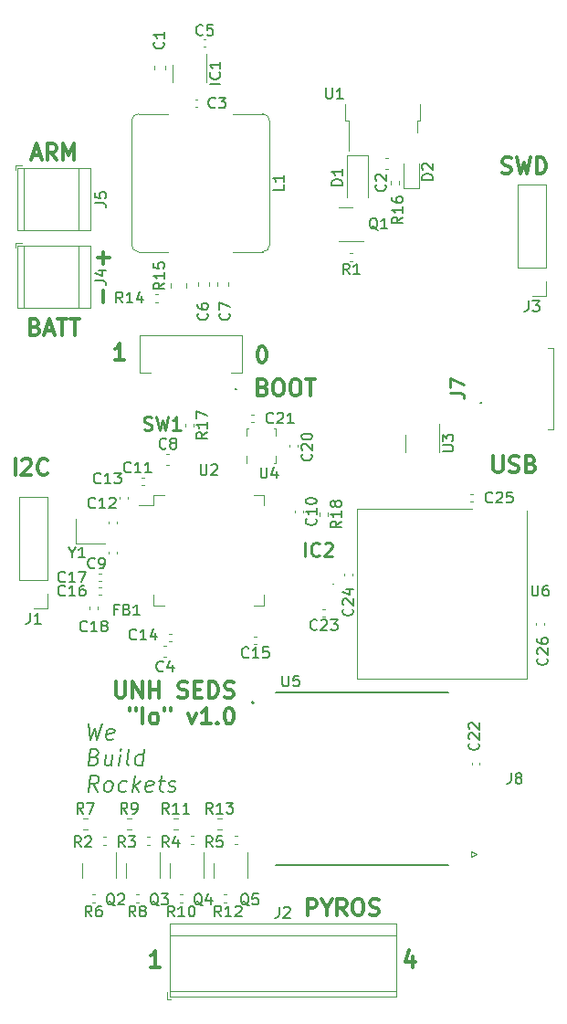
<source format=gbr>
%TF.GenerationSoftware,KiCad,Pcbnew,6.0.11-2627ca5db0~126~ubuntu22.04.1*%
%TF.CreationDate,2023-03-24T18:23:20-04:00*%
%TF.ProjectId,Io,496f2e6b-6963-4616-945f-706362585858,rev?*%
%TF.SameCoordinates,Original*%
%TF.FileFunction,Legend,Top*%
%TF.FilePolarity,Positive*%
%FSLAX46Y46*%
G04 Gerber Fmt 4.6, Leading zero omitted, Abs format (unit mm)*
G04 Created by KiCad (PCBNEW 6.0.11-2627ca5db0~126~ubuntu22.04.1) date 2023-03-24 18:23:20*
%MOMM*%
%LPD*%
G01*
G04 APERTURE LIST*
%ADD10C,0.300000*%
%ADD11C,0.200000*%
%ADD12C,0.150000*%
%ADD13C,0.254000*%
%ADD14C,0.120000*%
%ADD15C,0.100000*%
%ADD16C,0.127000*%
G04 APERTURE END LIST*
D10*
X141251285Y-147642071D02*
X140394142Y-147642071D01*
X140822714Y-147642071D02*
X140822714Y-146142071D01*
X140679857Y-146356357D01*
X140537000Y-146499214D01*
X140394142Y-146570642D01*
X129448714Y-72386000D02*
X130163000Y-72386000D01*
X129305857Y-72814571D02*
X129805857Y-71314571D01*
X130305857Y-72814571D01*
X131663000Y-72814571D02*
X131163000Y-72100285D01*
X130805857Y-72814571D02*
X130805857Y-71314571D01*
X131377285Y-71314571D01*
X131520142Y-71386000D01*
X131591571Y-71457428D01*
X131663000Y-71600285D01*
X131663000Y-71814571D01*
X131591571Y-71957428D01*
X131520142Y-72028857D01*
X131377285Y-72100285D01*
X130805857Y-72100285D01*
X132305857Y-72814571D02*
X132305857Y-71314571D01*
X132805857Y-72386000D01*
X133305857Y-71314571D01*
X133305857Y-72814571D01*
X137949285Y-91356571D02*
X137092142Y-91356571D01*
X137520714Y-91356571D02*
X137520714Y-89856571D01*
X137377857Y-90070857D01*
X137235000Y-90213714D01*
X137092142Y-90285142D01*
X172192142Y-100270571D02*
X172192142Y-101484857D01*
X172263571Y-101627714D01*
X172335000Y-101699142D01*
X172477857Y-101770571D01*
X172763571Y-101770571D01*
X172906428Y-101699142D01*
X172977857Y-101627714D01*
X173049285Y-101484857D01*
X173049285Y-100270571D01*
X173692142Y-101699142D02*
X173906428Y-101770571D01*
X174263571Y-101770571D01*
X174406428Y-101699142D01*
X174477857Y-101627714D01*
X174549285Y-101484857D01*
X174549285Y-101342000D01*
X174477857Y-101199142D01*
X174406428Y-101127714D01*
X174263571Y-101056285D01*
X173977857Y-100984857D01*
X173835000Y-100913428D01*
X173763571Y-100842000D01*
X173692142Y-100699142D01*
X173692142Y-100556285D01*
X173763571Y-100413428D01*
X173835000Y-100342000D01*
X173977857Y-100270571D01*
X174335000Y-100270571D01*
X174549285Y-100342000D01*
X175692142Y-100984857D02*
X175906428Y-101056285D01*
X175977857Y-101127714D01*
X176049285Y-101270571D01*
X176049285Y-101484857D01*
X175977857Y-101627714D01*
X175906428Y-101699142D01*
X175763571Y-101770571D01*
X175192142Y-101770571D01*
X175192142Y-100270571D01*
X175692142Y-100270571D01*
X175835000Y-100342000D01*
X175906428Y-100413428D01*
X175977857Y-100556285D01*
X175977857Y-100699142D01*
X175906428Y-100842000D01*
X175835000Y-100913428D01*
X175692142Y-100984857D01*
X175192142Y-100984857D01*
D11*
X134652714Y-125033571D02*
X134822357Y-126533571D01*
X135242000Y-125462142D01*
X135393785Y-126533571D01*
X135938428Y-125033571D01*
X136902714Y-126462142D02*
X136750928Y-126533571D01*
X136465214Y-126533571D01*
X136331285Y-126462142D01*
X136277714Y-126319285D01*
X136349142Y-125747857D01*
X136438428Y-125605000D01*
X136590214Y-125533571D01*
X136875928Y-125533571D01*
X137009857Y-125605000D01*
X137063428Y-125747857D01*
X137045571Y-125890714D01*
X136313428Y-126033571D01*
X135206285Y-128162857D02*
X135411642Y-128234285D01*
X135474142Y-128305714D01*
X135527714Y-128448571D01*
X135500928Y-128662857D01*
X135411642Y-128805714D01*
X135331285Y-128877142D01*
X135179500Y-128948571D01*
X134608071Y-128948571D01*
X134795571Y-127448571D01*
X135295571Y-127448571D01*
X135429500Y-127520000D01*
X135492000Y-127591428D01*
X135545571Y-127734285D01*
X135527714Y-127877142D01*
X135438428Y-128020000D01*
X135358071Y-128091428D01*
X135206285Y-128162857D01*
X134706285Y-128162857D01*
X136875928Y-127948571D02*
X136750928Y-128948571D01*
X136233071Y-127948571D02*
X136134857Y-128734285D01*
X136188428Y-128877142D01*
X136322357Y-128948571D01*
X136536642Y-128948571D01*
X136688428Y-128877142D01*
X136768785Y-128805714D01*
X137465214Y-128948571D02*
X137590214Y-127948571D01*
X137652714Y-127448571D02*
X137572357Y-127520000D01*
X137634857Y-127591428D01*
X137715214Y-127520000D01*
X137652714Y-127448571D01*
X137634857Y-127591428D01*
X138393785Y-128948571D02*
X138259857Y-128877142D01*
X138206285Y-128734285D01*
X138367000Y-127448571D01*
X139608071Y-128948571D02*
X139795571Y-127448571D01*
X139617000Y-128877142D02*
X139465214Y-128948571D01*
X139179500Y-128948571D01*
X139045571Y-128877142D01*
X138983071Y-128805714D01*
X138929500Y-128662857D01*
X138983071Y-128234285D01*
X139072357Y-128091428D01*
X139152714Y-128020000D01*
X139304500Y-127948571D01*
X139590214Y-127948571D01*
X139724142Y-128020000D01*
X135465214Y-131363571D02*
X135054500Y-130649285D01*
X134608071Y-131363571D02*
X134795571Y-129863571D01*
X135367000Y-129863571D01*
X135500928Y-129935000D01*
X135563428Y-130006428D01*
X135617000Y-130149285D01*
X135590214Y-130363571D01*
X135500928Y-130506428D01*
X135420571Y-130577857D01*
X135268785Y-130649285D01*
X134697357Y-130649285D01*
X136322357Y-131363571D02*
X136188428Y-131292142D01*
X136125928Y-131220714D01*
X136072357Y-131077857D01*
X136125928Y-130649285D01*
X136215214Y-130506428D01*
X136295571Y-130435000D01*
X136447357Y-130363571D01*
X136661642Y-130363571D01*
X136795571Y-130435000D01*
X136858071Y-130506428D01*
X136911642Y-130649285D01*
X136858071Y-131077857D01*
X136768785Y-131220714D01*
X136688428Y-131292142D01*
X136536642Y-131363571D01*
X136322357Y-131363571D01*
X138117000Y-131292142D02*
X137965214Y-131363571D01*
X137679500Y-131363571D01*
X137545571Y-131292142D01*
X137483071Y-131220714D01*
X137429500Y-131077857D01*
X137483071Y-130649285D01*
X137572357Y-130506428D01*
X137652714Y-130435000D01*
X137804500Y-130363571D01*
X138090214Y-130363571D01*
X138224142Y-130435000D01*
X138750928Y-131363571D02*
X138938428Y-129863571D01*
X138965214Y-130792142D02*
X139322357Y-131363571D01*
X139447357Y-130363571D02*
X138804500Y-130935000D01*
X140545571Y-131292142D02*
X140393785Y-131363571D01*
X140108071Y-131363571D01*
X139974142Y-131292142D01*
X139920571Y-131149285D01*
X139992000Y-130577857D01*
X140081285Y-130435000D01*
X140233071Y-130363571D01*
X140518785Y-130363571D01*
X140652714Y-130435000D01*
X140706285Y-130577857D01*
X140688428Y-130720714D01*
X139956285Y-130863571D01*
X141161642Y-130363571D02*
X141733071Y-130363571D01*
X141438428Y-129863571D02*
X141277714Y-131149285D01*
X141331285Y-131292142D01*
X141465214Y-131363571D01*
X141608071Y-131363571D01*
X142045571Y-131292142D02*
X142179500Y-131363571D01*
X142465214Y-131363571D01*
X142617000Y-131292142D01*
X142706285Y-131149285D01*
X142715214Y-131077857D01*
X142661642Y-130935000D01*
X142527714Y-130863571D01*
X142313428Y-130863571D01*
X142179500Y-130792142D01*
X142125928Y-130649285D01*
X142134857Y-130577857D01*
X142224142Y-130435000D01*
X142375928Y-130363571D01*
X142590214Y-130363571D01*
X142724142Y-130435000D01*
D10*
X150657285Y-90110571D02*
X150800142Y-90110571D01*
X150943000Y-90182000D01*
X151014428Y-90253428D01*
X151085857Y-90396285D01*
X151157285Y-90682000D01*
X151157285Y-91039142D01*
X151085857Y-91324857D01*
X151014428Y-91467714D01*
X150943000Y-91539142D01*
X150800142Y-91610571D01*
X150657285Y-91610571D01*
X150514428Y-91539142D01*
X150443000Y-91467714D01*
X150371571Y-91324857D01*
X150300142Y-91039142D01*
X150300142Y-90682000D01*
X150371571Y-90396285D01*
X150443000Y-90253428D01*
X150514428Y-90182000D01*
X150657285Y-90110571D01*
X135997142Y-86023000D02*
X135997142Y-84880142D01*
X154928428Y-142816071D02*
X154928428Y-141316071D01*
X155499857Y-141316071D01*
X155642714Y-141387500D01*
X155714142Y-141458928D01*
X155785571Y-141601785D01*
X155785571Y-141816071D01*
X155714142Y-141958928D01*
X155642714Y-142030357D01*
X155499857Y-142101785D01*
X154928428Y-142101785D01*
X156714142Y-142101785D02*
X156714142Y-142816071D01*
X156214142Y-141316071D02*
X156714142Y-142101785D01*
X157214142Y-141316071D01*
X158571285Y-142816071D02*
X158071285Y-142101785D01*
X157714142Y-142816071D02*
X157714142Y-141316071D01*
X158285571Y-141316071D01*
X158428428Y-141387500D01*
X158499857Y-141458928D01*
X158571285Y-141601785D01*
X158571285Y-141816071D01*
X158499857Y-141958928D01*
X158428428Y-142030357D01*
X158285571Y-142101785D01*
X157714142Y-142101785D01*
X159499857Y-141316071D02*
X159785571Y-141316071D01*
X159928428Y-141387500D01*
X160071285Y-141530357D01*
X160142714Y-141816071D01*
X160142714Y-142316071D01*
X160071285Y-142601785D01*
X159928428Y-142744642D01*
X159785571Y-142816071D01*
X159499857Y-142816071D01*
X159357000Y-142744642D01*
X159214142Y-142601785D01*
X159142714Y-142316071D01*
X159142714Y-141816071D01*
X159214142Y-141530357D01*
X159357000Y-141387500D01*
X159499857Y-141316071D01*
X160714142Y-142744642D02*
X160928428Y-142816071D01*
X161285571Y-142816071D01*
X161428428Y-142744642D01*
X161499857Y-142673214D01*
X161571285Y-142530357D01*
X161571285Y-142387500D01*
X161499857Y-142244642D01*
X161428428Y-142173214D01*
X161285571Y-142101785D01*
X160999857Y-142030357D01*
X160857000Y-141958928D01*
X160785571Y-141887500D01*
X160714142Y-141744642D01*
X160714142Y-141601785D01*
X160785571Y-141458928D01*
X160857000Y-141387500D01*
X160999857Y-141316071D01*
X161357000Y-141316071D01*
X161571285Y-141387500D01*
X150832428Y-93872857D02*
X151046714Y-93944285D01*
X151118142Y-94015714D01*
X151189571Y-94158571D01*
X151189571Y-94372857D01*
X151118142Y-94515714D01*
X151046714Y-94587142D01*
X150903857Y-94658571D01*
X150332428Y-94658571D01*
X150332428Y-93158571D01*
X150832428Y-93158571D01*
X150975285Y-93230000D01*
X151046714Y-93301428D01*
X151118142Y-93444285D01*
X151118142Y-93587142D01*
X151046714Y-93730000D01*
X150975285Y-93801428D01*
X150832428Y-93872857D01*
X150332428Y-93872857D01*
X152118142Y-93158571D02*
X152403857Y-93158571D01*
X152546714Y-93230000D01*
X152689571Y-93372857D01*
X152761000Y-93658571D01*
X152761000Y-94158571D01*
X152689571Y-94444285D01*
X152546714Y-94587142D01*
X152403857Y-94658571D01*
X152118142Y-94658571D01*
X151975285Y-94587142D01*
X151832428Y-94444285D01*
X151761000Y-94158571D01*
X151761000Y-93658571D01*
X151832428Y-93372857D01*
X151975285Y-93230000D01*
X152118142Y-93158571D01*
X153689571Y-93158571D02*
X153975285Y-93158571D01*
X154118142Y-93230000D01*
X154261000Y-93372857D01*
X154332428Y-93658571D01*
X154332428Y-94158571D01*
X154261000Y-94444285D01*
X154118142Y-94587142D01*
X153975285Y-94658571D01*
X153689571Y-94658571D01*
X153546714Y-94587142D01*
X153403857Y-94444285D01*
X153332428Y-94158571D01*
X153332428Y-93658571D01*
X153403857Y-93372857D01*
X153546714Y-93230000D01*
X153689571Y-93158571D01*
X154761000Y-93158571D02*
X155618142Y-93158571D01*
X155189571Y-94658571D02*
X155189571Y-93158571D01*
X137180714Y-121161071D02*
X137180714Y-122375357D01*
X137252142Y-122518214D01*
X137323571Y-122589642D01*
X137466428Y-122661071D01*
X137752142Y-122661071D01*
X137895000Y-122589642D01*
X137966428Y-122518214D01*
X138037857Y-122375357D01*
X138037857Y-121161071D01*
X138752142Y-122661071D02*
X138752142Y-121161071D01*
X139609285Y-122661071D01*
X139609285Y-121161071D01*
X140323571Y-122661071D02*
X140323571Y-121161071D01*
X140323571Y-121875357D02*
X141180714Y-121875357D01*
X141180714Y-122661071D02*
X141180714Y-121161071D01*
X142966428Y-122589642D02*
X143180714Y-122661071D01*
X143537857Y-122661071D01*
X143680714Y-122589642D01*
X143752142Y-122518214D01*
X143823571Y-122375357D01*
X143823571Y-122232500D01*
X143752142Y-122089642D01*
X143680714Y-122018214D01*
X143537857Y-121946785D01*
X143252142Y-121875357D01*
X143109285Y-121803928D01*
X143037857Y-121732500D01*
X142966428Y-121589642D01*
X142966428Y-121446785D01*
X143037857Y-121303928D01*
X143109285Y-121232500D01*
X143252142Y-121161071D01*
X143609285Y-121161071D01*
X143823571Y-121232500D01*
X144466428Y-121875357D02*
X144966428Y-121875357D01*
X145180714Y-122661071D02*
X144466428Y-122661071D01*
X144466428Y-121161071D01*
X145180714Y-121161071D01*
X145823571Y-122661071D02*
X145823571Y-121161071D01*
X146180714Y-121161071D01*
X146395000Y-121232500D01*
X146537857Y-121375357D01*
X146609285Y-121518214D01*
X146680714Y-121803928D01*
X146680714Y-122018214D01*
X146609285Y-122303928D01*
X146537857Y-122446785D01*
X146395000Y-122589642D01*
X146180714Y-122661071D01*
X145823571Y-122661071D01*
X147252142Y-122589642D02*
X147466428Y-122661071D01*
X147823571Y-122661071D01*
X147966428Y-122589642D01*
X148037857Y-122518214D01*
X148109285Y-122375357D01*
X148109285Y-122232500D01*
X148037857Y-122089642D01*
X147966428Y-122018214D01*
X147823571Y-121946785D01*
X147537857Y-121875357D01*
X147395000Y-121803928D01*
X147323571Y-121732500D01*
X147252142Y-121589642D01*
X147252142Y-121446785D01*
X147323571Y-121303928D01*
X147395000Y-121232500D01*
X147537857Y-121161071D01*
X147895000Y-121161071D01*
X148109285Y-121232500D01*
X138466428Y-123576071D02*
X138466428Y-123861785D01*
X139037857Y-123576071D02*
X139037857Y-123861785D01*
X139680714Y-125076071D02*
X139680714Y-123576071D01*
X140609285Y-125076071D02*
X140466428Y-125004642D01*
X140395000Y-124933214D01*
X140323571Y-124790357D01*
X140323571Y-124361785D01*
X140395000Y-124218928D01*
X140466428Y-124147500D01*
X140609285Y-124076071D01*
X140823571Y-124076071D01*
X140966428Y-124147500D01*
X141037857Y-124218928D01*
X141109285Y-124361785D01*
X141109285Y-124790357D01*
X141037857Y-124933214D01*
X140966428Y-125004642D01*
X140823571Y-125076071D01*
X140609285Y-125076071D01*
X141680714Y-123576071D02*
X141680714Y-123861785D01*
X142252142Y-123576071D02*
X142252142Y-123861785D01*
X143895000Y-124076071D02*
X144252142Y-125076071D01*
X144609285Y-124076071D01*
X145966428Y-125076071D02*
X145109285Y-125076071D01*
X145537857Y-125076071D02*
X145537857Y-123576071D01*
X145395000Y-123790357D01*
X145252142Y-123933214D01*
X145109285Y-124004642D01*
X146609285Y-124933214D02*
X146680714Y-125004642D01*
X146609285Y-125076071D01*
X146537857Y-125004642D01*
X146609285Y-124933214D01*
X146609285Y-125076071D01*
X147609285Y-123576071D02*
X147752142Y-123576071D01*
X147895000Y-123647500D01*
X147966428Y-123718928D01*
X148037857Y-123861785D01*
X148109285Y-124147500D01*
X148109285Y-124504642D01*
X148037857Y-124790357D01*
X147966428Y-124933214D01*
X147895000Y-125004642D01*
X147752142Y-125076071D01*
X147609285Y-125076071D01*
X147466428Y-125004642D01*
X147395000Y-124933214D01*
X147323571Y-124790357D01*
X147252142Y-124504642D01*
X147252142Y-124147500D01*
X147323571Y-123861785D01*
X147395000Y-123718928D01*
X147466428Y-123647500D01*
X147609285Y-123576071D01*
X135465000Y-81895142D02*
X136607857Y-81895142D01*
X136036428Y-82466571D02*
X136036428Y-81323714D01*
X164730428Y-146642071D02*
X164730428Y-147642071D01*
X164373285Y-146070642D02*
X164016142Y-147142071D01*
X164944714Y-147142071D01*
X172993857Y-74013142D02*
X173208142Y-74084571D01*
X173565285Y-74084571D01*
X173708142Y-74013142D01*
X173779571Y-73941714D01*
X173851000Y-73798857D01*
X173851000Y-73656000D01*
X173779571Y-73513142D01*
X173708142Y-73441714D01*
X173565285Y-73370285D01*
X173279571Y-73298857D01*
X173136714Y-73227428D01*
X173065285Y-73156000D01*
X172993857Y-73013142D01*
X172993857Y-72870285D01*
X173065285Y-72727428D01*
X173136714Y-72656000D01*
X173279571Y-72584571D01*
X173636714Y-72584571D01*
X173851000Y-72656000D01*
X174351000Y-72584571D02*
X174708142Y-74084571D01*
X174993857Y-73013142D01*
X175279571Y-74084571D01*
X175636714Y-72584571D01*
X176208142Y-74084571D02*
X176208142Y-72584571D01*
X176565285Y-72584571D01*
X176779571Y-72656000D01*
X176922428Y-72798857D01*
X176993857Y-72941714D01*
X177065285Y-73227428D01*
X177065285Y-73441714D01*
X176993857Y-73727428D01*
X176922428Y-73870285D01*
X176779571Y-74013142D01*
X176565285Y-74084571D01*
X176208142Y-74084571D01*
X127837285Y-102024571D02*
X127837285Y-100524571D01*
X128480142Y-100667428D02*
X128551571Y-100596000D01*
X128694428Y-100524571D01*
X129051571Y-100524571D01*
X129194428Y-100596000D01*
X129265857Y-100667428D01*
X129337285Y-100810285D01*
X129337285Y-100953142D01*
X129265857Y-101167428D01*
X128408714Y-102024571D01*
X129337285Y-102024571D01*
X130837285Y-101881714D02*
X130765857Y-101953142D01*
X130551571Y-102024571D01*
X130408714Y-102024571D01*
X130194428Y-101953142D01*
X130051571Y-101810285D01*
X129980142Y-101667428D01*
X129908714Y-101381714D01*
X129908714Y-101167428D01*
X129980142Y-100881714D01*
X130051571Y-100738857D01*
X130194428Y-100596000D01*
X130408714Y-100524571D01*
X130551571Y-100524571D01*
X130765857Y-100596000D01*
X130837285Y-100667428D01*
X129702714Y-88284857D02*
X129917000Y-88356285D01*
X129988428Y-88427714D01*
X130059857Y-88570571D01*
X130059857Y-88784857D01*
X129988428Y-88927714D01*
X129917000Y-88999142D01*
X129774142Y-89070571D01*
X129202714Y-89070571D01*
X129202714Y-87570571D01*
X129702714Y-87570571D01*
X129845571Y-87642000D01*
X129917000Y-87713428D01*
X129988428Y-87856285D01*
X129988428Y-87999142D01*
X129917000Y-88142000D01*
X129845571Y-88213428D01*
X129702714Y-88284857D01*
X129202714Y-88284857D01*
X130631285Y-88642000D02*
X131345571Y-88642000D01*
X130488428Y-89070571D02*
X130988428Y-87570571D01*
X131488428Y-89070571D01*
X131774142Y-87570571D02*
X132631285Y-87570571D01*
X132202714Y-89070571D02*
X132202714Y-87570571D01*
X132917000Y-87570571D02*
X133774142Y-87570571D01*
X133345571Y-89070571D02*
X133345571Y-87570571D01*
D12*
%TO.C,R18*%
X158086380Y-106306857D02*
X157610190Y-106640190D01*
X158086380Y-106878285D02*
X157086380Y-106878285D01*
X157086380Y-106497333D01*
X157134000Y-106402095D01*
X157181619Y-106354476D01*
X157276857Y-106306857D01*
X157419714Y-106306857D01*
X157514952Y-106354476D01*
X157562571Y-106402095D01*
X157610190Y-106497333D01*
X157610190Y-106878285D01*
X158086380Y-105354476D02*
X158086380Y-105925904D01*
X158086380Y-105640190D02*
X157086380Y-105640190D01*
X157229238Y-105735428D01*
X157324476Y-105830666D01*
X157372095Y-105925904D01*
X157514952Y-104783047D02*
X157467333Y-104878285D01*
X157419714Y-104925904D01*
X157324476Y-104973523D01*
X157276857Y-104973523D01*
X157181619Y-104925904D01*
X157134000Y-104878285D01*
X157086380Y-104783047D01*
X157086380Y-104592571D01*
X157134000Y-104497333D01*
X157181619Y-104449714D01*
X157276857Y-104402095D01*
X157324476Y-104402095D01*
X157419714Y-104449714D01*
X157467333Y-104497333D01*
X157514952Y-104592571D01*
X157514952Y-104783047D01*
X157562571Y-104878285D01*
X157610190Y-104925904D01*
X157705428Y-104973523D01*
X157895904Y-104973523D01*
X157991142Y-104925904D01*
X158038761Y-104878285D01*
X158086380Y-104783047D01*
X158086380Y-104592571D01*
X158038761Y-104497333D01*
X157991142Y-104449714D01*
X157895904Y-104402095D01*
X157705428Y-104402095D01*
X157610190Y-104449714D01*
X157562571Y-104497333D01*
X157514952Y-104592571D01*
%TO.C,C22*%
X170791142Y-126880857D02*
X170838761Y-126928476D01*
X170886380Y-127071333D01*
X170886380Y-127166571D01*
X170838761Y-127309428D01*
X170743523Y-127404666D01*
X170648285Y-127452285D01*
X170457809Y-127499904D01*
X170314952Y-127499904D01*
X170124476Y-127452285D01*
X170029238Y-127404666D01*
X169934000Y-127309428D01*
X169886380Y-127166571D01*
X169886380Y-127071333D01*
X169934000Y-126928476D01*
X169981619Y-126880857D01*
X169981619Y-126499904D02*
X169934000Y-126452285D01*
X169886380Y-126357047D01*
X169886380Y-126118952D01*
X169934000Y-126023714D01*
X169981619Y-125976095D01*
X170076857Y-125928476D01*
X170172095Y-125928476D01*
X170314952Y-125976095D01*
X170886380Y-126547523D01*
X170886380Y-125928476D01*
X169981619Y-125547523D02*
X169934000Y-125499904D01*
X169886380Y-125404666D01*
X169886380Y-125166571D01*
X169934000Y-125071333D01*
X169981619Y-125023714D01*
X170076857Y-124976095D01*
X170172095Y-124976095D01*
X170314952Y-125023714D01*
X170886380Y-125595142D01*
X170886380Y-124976095D01*
D13*
%TO.C,SW1*%
X139784666Y-97796047D02*
X139966095Y-97856523D01*
X140268476Y-97856523D01*
X140389428Y-97796047D01*
X140449904Y-97735571D01*
X140510380Y-97614619D01*
X140510380Y-97493666D01*
X140449904Y-97372714D01*
X140389428Y-97312238D01*
X140268476Y-97251761D01*
X140026571Y-97191285D01*
X139905619Y-97130809D01*
X139845142Y-97070333D01*
X139784666Y-96949380D01*
X139784666Y-96828428D01*
X139845142Y-96707476D01*
X139905619Y-96647000D01*
X140026571Y-96586523D01*
X140328952Y-96586523D01*
X140510380Y-96647000D01*
X140933714Y-96586523D02*
X141236095Y-97856523D01*
X141478000Y-96949380D01*
X141719904Y-97856523D01*
X142022285Y-96586523D01*
X143171333Y-97856523D02*
X142445619Y-97856523D01*
X142808476Y-97856523D02*
X142808476Y-96586523D01*
X142687523Y-96767952D01*
X142566571Y-96888904D01*
X142445619Y-96949380D01*
D12*
%TO.C,Y1*%
X133127809Y-109196190D02*
X133127809Y-109672380D01*
X132794476Y-108672380D02*
X133127809Y-109196190D01*
X133461142Y-108672380D01*
X134318285Y-109672380D02*
X133746857Y-109672380D01*
X134032571Y-109672380D02*
X134032571Y-108672380D01*
X133937333Y-108815238D01*
X133842095Y-108910476D01*
X133746857Y-108958095D01*
%TO.C,C16*%
X132453142Y-113133142D02*
X132405523Y-113180761D01*
X132262666Y-113228380D01*
X132167428Y-113228380D01*
X132024571Y-113180761D01*
X131929333Y-113085523D01*
X131881714Y-112990285D01*
X131834095Y-112799809D01*
X131834095Y-112656952D01*
X131881714Y-112466476D01*
X131929333Y-112371238D01*
X132024571Y-112276000D01*
X132167428Y-112228380D01*
X132262666Y-112228380D01*
X132405523Y-112276000D01*
X132453142Y-112323619D01*
X133405523Y-113228380D02*
X132834095Y-113228380D01*
X133119809Y-113228380D02*
X133119809Y-112228380D01*
X133024571Y-112371238D01*
X132929333Y-112466476D01*
X132834095Y-112514095D01*
X134262666Y-112228380D02*
X134072190Y-112228380D01*
X133976952Y-112276000D01*
X133929333Y-112323619D01*
X133834095Y-112466476D01*
X133786476Y-112656952D01*
X133786476Y-113037904D01*
X133834095Y-113133142D01*
X133881714Y-113180761D01*
X133976952Y-113228380D01*
X134167428Y-113228380D01*
X134262666Y-113180761D01*
X134310285Y-113133142D01*
X134357904Y-113037904D01*
X134357904Y-112799809D01*
X134310285Y-112704571D01*
X134262666Y-112656952D01*
X134167428Y-112609333D01*
X133976952Y-112609333D01*
X133881714Y-112656952D01*
X133834095Y-112704571D01*
X133786476Y-112799809D01*
%TO.C,R12*%
X146931142Y-142946380D02*
X146597809Y-142470190D01*
X146359714Y-142946380D02*
X146359714Y-141946380D01*
X146740666Y-141946380D01*
X146835904Y-141994000D01*
X146883523Y-142041619D01*
X146931142Y-142136857D01*
X146931142Y-142279714D01*
X146883523Y-142374952D01*
X146835904Y-142422571D01*
X146740666Y-142470190D01*
X146359714Y-142470190D01*
X147883523Y-142946380D02*
X147312095Y-142946380D01*
X147597809Y-142946380D02*
X147597809Y-141946380D01*
X147502571Y-142089238D01*
X147407333Y-142184476D01*
X147312095Y-142232095D01*
X148264476Y-142041619D02*
X148312095Y-141994000D01*
X148407333Y-141946380D01*
X148645428Y-141946380D01*
X148740666Y-141994000D01*
X148788285Y-142041619D01*
X148835904Y-142136857D01*
X148835904Y-142232095D01*
X148788285Y-142374952D01*
X148216857Y-142946380D01*
X148835904Y-142946380D01*
%TO.C,J2*%
X152320666Y-142045880D02*
X152320666Y-142760166D01*
X152273047Y-142903023D01*
X152177809Y-142998261D01*
X152034952Y-143045880D01*
X151939714Y-143045880D01*
X152749238Y-142141119D02*
X152796857Y-142093500D01*
X152892095Y-142045880D01*
X153130190Y-142045880D01*
X153225428Y-142093500D01*
X153273047Y-142141119D01*
X153320666Y-142236357D01*
X153320666Y-142331595D01*
X153273047Y-142474452D01*
X152701619Y-143045880D01*
X153320666Y-143045880D01*
%TO.C,C13*%
X135755142Y-102719142D02*
X135707523Y-102766761D01*
X135564666Y-102814380D01*
X135469428Y-102814380D01*
X135326571Y-102766761D01*
X135231333Y-102671523D01*
X135183714Y-102576285D01*
X135136095Y-102385809D01*
X135136095Y-102242952D01*
X135183714Y-102052476D01*
X135231333Y-101957238D01*
X135326571Y-101862000D01*
X135469428Y-101814380D01*
X135564666Y-101814380D01*
X135707523Y-101862000D01*
X135755142Y-101909619D01*
X136707523Y-102814380D02*
X136136095Y-102814380D01*
X136421809Y-102814380D02*
X136421809Y-101814380D01*
X136326571Y-101957238D01*
X136231333Y-102052476D01*
X136136095Y-102100095D01*
X137040857Y-101814380D02*
X137659904Y-101814380D01*
X137326571Y-102195333D01*
X137469428Y-102195333D01*
X137564666Y-102242952D01*
X137612285Y-102290571D01*
X137659904Y-102385809D01*
X137659904Y-102623904D01*
X137612285Y-102719142D01*
X137564666Y-102766761D01*
X137469428Y-102814380D01*
X137183714Y-102814380D01*
X137088476Y-102766761D01*
X137040857Y-102719142D01*
%TO.C,J1*%
X129206666Y-114802380D02*
X129206666Y-115516666D01*
X129159047Y-115659523D01*
X129063809Y-115754761D01*
X128920952Y-115802380D01*
X128825714Y-115802380D01*
X130206666Y-115802380D02*
X129635238Y-115802380D01*
X129920952Y-115802380D02*
X129920952Y-114802380D01*
X129825714Y-114945238D01*
X129730476Y-115040476D01*
X129635238Y-115088095D01*
%TO.C,C7*%
X147677142Y-87034666D02*
X147724761Y-87082285D01*
X147772380Y-87225142D01*
X147772380Y-87320380D01*
X147724761Y-87463238D01*
X147629523Y-87558476D01*
X147534285Y-87606095D01*
X147343809Y-87653714D01*
X147200952Y-87653714D01*
X147010476Y-87606095D01*
X146915238Y-87558476D01*
X146820000Y-87463238D01*
X146772380Y-87320380D01*
X146772380Y-87225142D01*
X146820000Y-87082285D01*
X146867619Y-87034666D01*
X146772380Y-86701333D02*
X146772380Y-86034666D01*
X147772380Y-86463238D01*
%TO.C,J3*%
X175434666Y-85856380D02*
X175434666Y-86570666D01*
X175387047Y-86713523D01*
X175291809Y-86808761D01*
X175148952Y-86856380D01*
X175053714Y-86856380D01*
X175815619Y-85856380D02*
X176434666Y-85856380D01*
X176101333Y-86237333D01*
X176244190Y-86237333D01*
X176339428Y-86284952D01*
X176387047Y-86332571D01*
X176434666Y-86427809D01*
X176434666Y-86665904D01*
X176387047Y-86761142D01*
X176339428Y-86808761D01*
X176244190Y-86856380D01*
X175958476Y-86856380D01*
X175863238Y-86808761D01*
X175815619Y-86761142D01*
%TO.C,U6*%
X175768095Y-112228380D02*
X175768095Y-113037904D01*
X175815714Y-113133142D01*
X175863333Y-113180761D01*
X175958571Y-113228380D01*
X176149047Y-113228380D01*
X176244285Y-113180761D01*
X176291904Y-113133142D01*
X176339523Y-113037904D01*
X176339523Y-112228380D01*
X177244285Y-112228380D02*
X177053809Y-112228380D01*
X176958571Y-112276000D01*
X176910952Y-112323619D01*
X176815714Y-112466476D01*
X176768095Y-112656952D01*
X176768095Y-113037904D01*
X176815714Y-113133142D01*
X176863333Y-113180761D01*
X176958571Y-113228380D01*
X177149047Y-113228380D01*
X177244285Y-113180761D01*
X177291904Y-113133142D01*
X177339523Y-113037904D01*
X177339523Y-112799809D01*
X177291904Y-112704571D01*
X177244285Y-112656952D01*
X177149047Y-112609333D01*
X176958571Y-112609333D01*
X176863333Y-112656952D01*
X176815714Y-112704571D01*
X176768095Y-112799809D01*
%TO.C,U4*%
X150622095Y-101306380D02*
X150622095Y-102115904D01*
X150669714Y-102211142D01*
X150717333Y-102258761D01*
X150812571Y-102306380D01*
X151003047Y-102306380D01*
X151098285Y-102258761D01*
X151145904Y-102211142D01*
X151193523Y-102115904D01*
X151193523Y-101306380D01*
X152098285Y-101639714D02*
X152098285Y-102306380D01*
X151860190Y-101258761D02*
X151622095Y-101973047D01*
X152241142Y-101973047D01*
%TO.C,R11*%
X142082142Y-133388380D02*
X141748809Y-132912190D01*
X141510714Y-133388380D02*
X141510714Y-132388380D01*
X141891666Y-132388380D01*
X141986904Y-132436000D01*
X142034523Y-132483619D01*
X142082142Y-132578857D01*
X142082142Y-132721714D01*
X142034523Y-132816952D01*
X141986904Y-132864571D01*
X141891666Y-132912190D01*
X141510714Y-132912190D01*
X143034523Y-133388380D02*
X142463095Y-133388380D01*
X142748809Y-133388380D02*
X142748809Y-132388380D01*
X142653571Y-132531238D01*
X142558333Y-132626476D01*
X142463095Y-132674095D01*
X143986904Y-133388380D02*
X143415476Y-133388380D01*
X143701190Y-133388380D02*
X143701190Y-132388380D01*
X143605952Y-132531238D01*
X143510714Y-132626476D01*
X143415476Y-132674095D01*
%TO.C,C15*%
X149471142Y-118865142D02*
X149423523Y-118912761D01*
X149280666Y-118960380D01*
X149185428Y-118960380D01*
X149042571Y-118912761D01*
X148947333Y-118817523D01*
X148899714Y-118722285D01*
X148852095Y-118531809D01*
X148852095Y-118388952D01*
X148899714Y-118198476D01*
X148947333Y-118103238D01*
X149042571Y-118008000D01*
X149185428Y-117960380D01*
X149280666Y-117960380D01*
X149423523Y-118008000D01*
X149471142Y-118055619D01*
X150423523Y-118960380D02*
X149852095Y-118960380D01*
X150137809Y-118960380D02*
X150137809Y-117960380D01*
X150042571Y-118103238D01*
X149947333Y-118198476D01*
X149852095Y-118246095D01*
X151328285Y-117960380D02*
X150852095Y-117960380D01*
X150804476Y-118436571D01*
X150852095Y-118388952D01*
X150947333Y-118341333D01*
X151185428Y-118341333D01*
X151280666Y-118388952D01*
X151328285Y-118436571D01*
X151375904Y-118531809D01*
X151375904Y-118769904D01*
X151328285Y-118865142D01*
X151280666Y-118912761D01*
X151185428Y-118960380D01*
X150947333Y-118960380D01*
X150852095Y-118912761D01*
X150804476Y-118865142D01*
%TO.C,C1*%
X141581142Y-61888666D02*
X141628761Y-61936285D01*
X141676380Y-62079142D01*
X141676380Y-62174380D01*
X141628761Y-62317238D01*
X141533523Y-62412476D01*
X141438285Y-62460095D01*
X141247809Y-62507714D01*
X141104952Y-62507714D01*
X140914476Y-62460095D01*
X140819238Y-62412476D01*
X140724000Y-62317238D01*
X140676380Y-62174380D01*
X140676380Y-62079142D01*
X140724000Y-61936285D01*
X140771619Y-61888666D01*
X141676380Y-60936285D02*
X141676380Y-61507714D01*
X141676380Y-61222000D02*
X140676380Y-61222000D01*
X140819238Y-61317238D01*
X140914476Y-61412476D01*
X140962095Y-61507714D01*
%TO.C,R16*%
X163774380Y-78112857D02*
X163298190Y-78446190D01*
X163774380Y-78684285D02*
X162774380Y-78684285D01*
X162774380Y-78303333D01*
X162822000Y-78208095D01*
X162869619Y-78160476D01*
X162964857Y-78112857D01*
X163107714Y-78112857D01*
X163202952Y-78160476D01*
X163250571Y-78208095D01*
X163298190Y-78303333D01*
X163298190Y-78684285D01*
X163774380Y-77160476D02*
X163774380Y-77731904D01*
X163774380Y-77446190D02*
X162774380Y-77446190D01*
X162917238Y-77541428D01*
X163012476Y-77636666D01*
X163060095Y-77731904D01*
X162774380Y-76303333D02*
X162774380Y-76493809D01*
X162822000Y-76589047D01*
X162869619Y-76636666D01*
X163012476Y-76731904D01*
X163202952Y-76779523D01*
X163583904Y-76779523D01*
X163679142Y-76731904D01*
X163726761Y-76684285D01*
X163774380Y-76589047D01*
X163774380Y-76398571D01*
X163726761Y-76303333D01*
X163679142Y-76255714D01*
X163583904Y-76208095D01*
X163345809Y-76208095D01*
X163250571Y-76255714D01*
X163202952Y-76303333D01*
X163155333Y-76398571D01*
X163155333Y-76589047D01*
X163202952Y-76684285D01*
X163250571Y-76731904D01*
X163345809Y-76779523D01*
%TO.C,L1*%
X152736380Y-75096666D02*
X152736380Y-75572857D01*
X151736380Y-75572857D01*
X152736380Y-74239523D02*
X152736380Y-74810952D01*
X152736380Y-74525238D02*
X151736380Y-74525238D01*
X151879238Y-74620476D01*
X151974476Y-74715714D01*
X152022095Y-74810952D01*
%TO.C,C26*%
X177141142Y-119006857D02*
X177188761Y-119054476D01*
X177236380Y-119197333D01*
X177236380Y-119292571D01*
X177188761Y-119435428D01*
X177093523Y-119530666D01*
X176998285Y-119578285D01*
X176807809Y-119625904D01*
X176664952Y-119625904D01*
X176474476Y-119578285D01*
X176379238Y-119530666D01*
X176284000Y-119435428D01*
X176236380Y-119292571D01*
X176236380Y-119197333D01*
X176284000Y-119054476D01*
X176331619Y-119006857D01*
X176331619Y-118625904D02*
X176284000Y-118578285D01*
X176236380Y-118483047D01*
X176236380Y-118244952D01*
X176284000Y-118149714D01*
X176331619Y-118102095D01*
X176426857Y-118054476D01*
X176522095Y-118054476D01*
X176664952Y-118102095D01*
X177236380Y-118673523D01*
X177236380Y-118054476D01*
X176236380Y-117197333D02*
X176236380Y-117387809D01*
X176284000Y-117483047D01*
X176331619Y-117530666D01*
X176474476Y-117625904D01*
X176664952Y-117673523D01*
X177045904Y-117673523D01*
X177141142Y-117625904D01*
X177188761Y-117578285D01*
X177236380Y-117483047D01*
X177236380Y-117292571D01*
X177188761Y-117197333D01*
X177141142Y-117149714D01*
X177045904Y-117102095D01*
X176807809Y-117102095D01*
X176712571Y-117149714D01*
X176664952Y-117197333D01*
X176617333Y-117292571D01*
X176617333Y-117483047D01*
X176664952Y-117578285D01*
X176712571Y-117625904D01*
X176807809Y-117673523D01*
%TO.C,R1*%
X158837333Y-83410380D02*
X158504000Y-82934190D01*
X158265904Y-83410380D02*
X158265904Y-82410380D01*
X158646857Y-82410380D01*
X158742095Y-82458000D01*
X158789714Y-82505619D01*
X158837333Y-82600857D01*
X158837333Y-82743714D01*
X158789714Y-82838952D01*
X158742095Y-82886571D01*
X158646857Y-82934190D01*
X158265904Y-82934190D01*
X159789714Y-83410380D02*
X159218285Y-83410380D01*
X159504000Y-83410380D02*
X159504000Y-82410380D01*
X159408761Y-82553238D01*
X159313523Y-82648476D01*
X159218285Y-82696095D01*
%TO.C,Q4*%
X145192761Y-141923119D02*
X145097523Y-141875500D01*
X145002285Y-141780261D01*
X144859428Y-141637404D01*
X144764190Y-141589785D01*
X144668952Y-141589785D01*
X144716571Y-141827880D02*
X144621333Y-141780261D01*
X144526095Y-141685023D01*
X144478476Y-141494547D01*
X144478476Y-141161214D01*
X144526095Y-140970738D01*
X144621333Y-140875500D01*
X144716571Y-140827880D01*
X144907047Y-140827880D01*
X145002285Y-140875500D01*
X145097523Y-140970738D01*
X145145142Y-141161214D01*
X145145142Y-141494547D01*
X145097523Y-141685023D01*
X145002285Y-141780261D01*
X144907047Y-141827880D01*
X144716571Y-141827880D01*
X146002285Y-141161214D02*
X146002285Y-141827880D01*
X145764190Y-140780261D02*
X145526095Y-141494547D01*
X146145142Y-141494547D01*
%TO.C,C3*%
X146391333Y-67921142D02*
X146343714Y-67968761D01*
X146200857Y-68016380D01*
X146105619Y-68016380D01*
X145962761Y-67968761D01*
X145867523Y-67873523D01*
X145819904Y-67778285D01*
X145772285Y-67587809D01*
X145772285Y-67444952D01*
X145819904Y-67254476D01*
X145867523Y-67159238D01*
X145962761Y-67064000D01*
X146105619Y-67016380D01*
X146200857Y-67016380D01*
X146343714Y-67064000D01*
X146391333Y-67111619D01*
X146724666Y-67016380D02*
X147343714Y-67016380D01*
X147010380Y-67397333D01*
X147153238Y-67397333D01*
X147248476Y-67444952D01*
X147296095Y-67492571D01*
X147343714Y-67587809D01*
X147343714Y-67825904D01*
X147296095Y-67921142D01*
X147248476Y-67968761D01*
X147153238Y-68016380D01*
X146867523Y-68016380D01*
X146772285Y-67968761D01*
X146724666Y-67921142D01*
%TO.C,D1*%
X158186380Y-75160095D02*
X157186380Y-75160095D01*
X157186380Y-74922000D01*
X157234000Y-74779142D01*
X157329238Y-74683904D01*
X157424476Y-74636285D01*
X157614952Y-74588666D01*
X157757809Y-74588666D01*
X157948285Y-74636285D01*
X158043523Y-74683904D01*
X158138761Y-74779142D01*
X158186380Y-74922000D01*
X158186380Y-75160095D01*
X158186380Y-73636285D02*
X158186380Y-74207714D01*
X158186380Y-73922000D02*
X157186380Y-73922000D01*
X157329238Y-74017238D01*
X157424476Y-74112476D01*
X157472095Y-74207714D01*
%TO.C,IC1*%
X146870380Y-65746190D02*
X145870380Y-65746190D01*
X146775142Y-64698571D02*
X146822761Y-64746190D01*
X146870380Y-64889047D01*
X146870380Y-64984285D01*
X146822761Y-65127142D01*
X146727523Y-65222380D01*
X146632285Y-65270000D01*
X146441809Y-65317619D01*
X146298952Y-65317619D01*
X146108476Y-65270000D01*
X146013238Y-65222380D01*
X145918000Y-65127142D01*
X145870380Y-64984285D01*
X145870380Y-64889047D01*
X145918000Y-64746190D01*
X145965619Y-64698571D01*
X146870380Y-63746190D02*
X146870380Y-64317619D01*
X146870380Y-64031904D02*
X145870380Y-64031904D01*
X146013238Y-64127142D01*
X146108476Y-64222380D01*
X146156095Y-64317619D01*
%TO.C,C2*%
X162155142Y-75096666D02*
X162202761Y-75144285D01*
X162250380Y-75287142D01*
X162250380Y-75382380D01*
X162202761Y-75525238D01*
X162107523Y-75620476D01*
X162012285Y-75668095D01*
X161821809Y-75715714D01*
X161678952Y-75715714D01*
X161488476Y-75668095D01*
X161393238Y-75620476D01*
X161298000Y-75525238D01*
X161250380Y-75382380D01*
X161250380Y-75287142D01*
X161298000Y-75144285D01*
X161345619Y-75096666D01*
X161345619Y-74715714D02*
X161298000Y-74668095D01*
X161250380Y-74572857D01*
X161250380Y-74334761D01*
X161298000Y-74239523D01*
X161345619Y-74191904D01*
X161440857Y-74144285D01*
X161536095Y-74144285D01*
X161678952Y-74191904D01*
X162250380Y-74763333D01*
X162250380Y-74144285D01*
%TO.C,R13*%
X146146142Y-133388380D02*
X145812809Y-132912190D01*
X145574714Y-133388380D02*
X145574714Y-132388380D01*
X145955666Y-132388380D01*
X146050904Y-132436000D01*
X146098523Y-132483619D01*
X146146142Y-132578857D01*
X146146142Y-132721714D01*
X146098523Y-132816952D01*
X146050904Y-132864571D01*
X145955666Y-132912190D01*
X145574714Y-132912190D01*
X147098523Y-133388380D02*
X146527095Y-133388380D01*
X146812809Y-133388380D02*
X146812809Y-132388380D01*
X146717571Y-132531238D01*
X146622333Y-132626476D01*
X146527095Y-132674095D01*
X147431857Y-132388380D02*
X148050904Y-132388380D01*
X147717571Y-132769333D01*
X147860428Y-132769333D01*
X147955666Y-132816952D01*
X148003285Y-132864571D01*
X148050904Y-132959809D01*
X148050904Y-133197904D01*
X148003285Y-133293142D01*
X147955666Y-133340761D01*
X147860428Y-133388380D01*
X147574714Y-133388380D01*
X147479476Y-133340761D01*
X147431857Y-133293142D01*
%TO.C,U1*%
X156663095Y-66127380D02*
X156663095Y-66936904D01*
X156710714Y-67032142D01*
X156758333Y-67079761D01*
X156853571Y-67127380D01*
X157044047Y-67127380D01*
X157139285Y-67079761D01*
X157186904Y-67032142D01*
X157234523Y-66936904D01*
X157234523Y-66127380D01*
X158234523Y-67127380D02*
X157663095Y-67127380D01*
X157948809Y-67127380D02*
X157948809Y-66127380D01*
X157853571Y-66270238D01*
X157758333Y-66365476D01*
X157663095Y-66413095D01*
%TO.C,Q2*%
X137064761Y-141923119D02*
X136969523Y-141875500D01*
X136874285Y-141780261D01*
X136731428Y-141637404D01*
X136636190Y-141589785D01*
X136540952Y-141589785D01*
X136588571Y-141827880D02*
X136493333Y-141780261D01*
X136398095Y-141685023D01*
X136350476Y-141494547D01*
X136350476Y-141161214D01*
X136398095Y-140970738D01*
X136493333Y-140875500D01*
X136588571Y-140827880D01*
X136779047Y-140827880D01*
X136874285Y-140875500D01*
X136969523Y-140970738D01*
X137017142Y-141161214D01*
X137017142Y-141494547D01*
X136969523Y-141685023D01*
X136874285Y-141780261D01*
X136779047Y-141827880D01*
X136588571Y-141827880D01*
X137398095Y-140923119D02*
X137445714Y-140875500D01*
X137540952Y-140827880D01*
X137779047Y-140827880D01*
X137874285Y-140875500D01*
X137921904Y-140923119D01*
X137969523Y-141018357D01*
X137969523Y-141113595D01*
X137921904Y-141256452D01*
X137350476Y-141827880D01*
X137969523Y-141827880D01*
D13*
%TO.C,IC2*%
X154720238Y-109540523D02*
X154720238Y-108270523D01*
X156050714Y-109419571D02*
X155990238Y-109480047D01*
X155808809Y-109540523D01*
X155687857Y-109540523D01*
X155506428Y-109480047D01*
X155385476Y-109359095D01*
X155325000Y-109238142D01*
X155264523Y-108996238D01*
X155264523Y-108814809D01*
X155325000Y-108572904D01*
X155385476Y-108451952D01*
X155506428Y-108331000D01*
X155687857Y-108270523D01*
X155808809Y-108270523D01*
X155990238Y-108331000D01*
X156050714Y-108391476D01*
X156534523Y-108391476D02*
X156595000Y-108331000D01*
X156715952Y-108270523D01*
X157018333Y-108270523D01*
X157139285Y-108331000D01*
X157199761Y-108391476D01*
X157260238Y-108512428D01*
X157260238Y-108633380D01*
X157199761Y-108814809D01*
X156474047Y-109540523D01*
X157260238Y-109540523D01*
D12*
%TO.C,U3*%
X167460380Y-99821904D02*
X168269904Y-99821904D01*
X168365142Y-99774285D01*
X168412761Y-99726666D01*
X168460380Y-99631428D01*
X168460380Y-99440952D01*
X168412761Y-99345714D01*
X168365142Y-99298095D01*
X168269904Y-99250476D01*
X167460380Y-99250476D01*
X167460380Y-98869523D02*
X167460380Y-98250476D01*
X167841333Y-98583809D01*
X167841333Y-98440952D01*
X167888952Y-98345714D01*
X167936571Y-98298095D01*
X168031809Y-98250476D01*
X168269904Y-98250476D01*
X168365142Y-98298095D01*
X168412761Y-98345714D01*
X168460380Y-98440952D01*
X168460380Y-98726666D01*
X168412761Y-98821904D01*
X168365142Y-98869523D01*
%TO.C,R7*%
X134176333Y-133388380D02*
X133843000Y-132912190D01*
X133604904Y-133388380D02*
X133604904Y-132388380D01*
X133985857Y-132388380D01*
X134081095Y-132436000D01*
X134128714Y-132483619D01*
X134176333Y-132578857D01*
X134176333Y-132721714D01*
X134128714Y-132816952D01*
X134081095Y-132864571D01*
X133985857Y-132912190D01*
X133604904Y-132912190D01*
X134509666Y-132388380D02*
X135176333Y-132388380D01*
X134747761Y-133388380D01*
%TO.C,C5*%
X145248333Y-61173142D02*
X145200714Y-61220761D01*
X145057857Y-61268380D01*
X144962619Y-61268380D01*
X144819761Y-61220761D01*
X144724523Y-61125523D01*
X144676904Y-61030285D01*
X144629285Y-60839809D01*
X144629285Y-60696952D01*
X144676904Y-60506476D01*
X144724523Y-60411238D01*
X144819761Y-60316000D01*
X144962619Y-60268380D01*
X145057857Y-60268380D01*
X145200714Y-60316000D01*
X145248333Y-60363619D01*
X146153095Y-60268380D02*
X145676904Y-60268380D01*
X145629285Y-60744571D01*
X145676904Y-60696952D01*
X145772142Y-60649333D01*
X146010238Y-60649333D01*
X146105476Y-60696952D01*
X146153095Y-60744571D01*
X146200714Y-60839809D01*
X146200714Y-61077904D01*
X146153095Y-61173142D01*
X146105476Y-61220761D01*
X146010238Y-61268380D01*
X145772142Y-61268380D01*
X145676904Y-61220761D01*
X145629285Y-61173142D01*
%TO.C,FB1*%
X137342666Y-114482571D02*
X137009333Y-114482571D01*
X137009333Y-115006380D02*
X137009333Y-114006380D01*
X137485523Y-114006380D01*
X138199809Y-114482571D02*
X138342666Y-114530190D01*
X138390285Y-114577809D01*
X138437904Y-114673047D01*
X138437904Y-114815904D01*
X138390285Y-114911142D01*
X138342666Y-114958761D01*
X138247428Y-115006380D01*
X137866476Y-115006380D01*
X137866476Y-114006380D01*
X138199809Y-114006380D01*
X138295047Y-114054000D01*
X138342666Y-114101619D01*
X138390285Y-114196857D01*
X138390285Y-114292095D01*
X138342666Y-114387333D01*
X138295047Y-114434952D01*
X138199809Y-114482571D01*
X137866476Y-114482571D01*
X139390285Y-115006380D02*
X138818857Y-115006380D01*
X139104571Y-115006380D02*
X139104571Y-114006380D01*
X139009333Y-114149238D01*
X138914095Y-114244476D01*
X138818857Y-114292095D01*
%TO.C,C8*%
X141832333Y-99511142D02*
X141784714Y-99558761D01*
X141641857Y-99606380D01*
X141546619Y-99606380D01*
X141403761Y-99558761D01*
X141308523Y-99463523D01*
X141260904Y-99368285D01*
X141213285Y-99177809D01*
X141213285Y-99034952D01*
X141260904Y-98844476D01*
X141308523Y-98749238D01*
X141403761Y-98654000D01*
X141546619Y-98606380D01*
X141641857Y-98606380D01*
X141784714Y-98654000D01*
X141832333Y-98701619D01*
X142403761Y-99034952D02*
X142308523Y-98987333D01*
X142260904Y-98939714D01*
X142213285Y-98844476D01*
X142213285Y-98796857D01*
X142260904Y-98701619D01*
X142308523Y-98654000D01*
X142403761Y-98606380D01*
X142594238Y-98606380D01*
X142689476Y-98654000D01*
X142737095Y-98701619D01*
X142784714Y-98796857D01*
X142784714Y-98844476D01*
X142737095Y-98939714D01*
X142689476Y-98987333D01*
X142594238Y-99034952D01*
X142403761Y-99034952D01*
X142308523Y-99082571D01*
X142260904Y-99130190D01*
X142213285Y-99225428D01*
X142213285Y-99415904D01*
X142260904Y-99511142D01*
X142308523Y-99558761D01*
X142403761Y-99606380D01*
X142594238Y-99606380D01*
X142689476Y-99558761D01*
X142737095Y-99511142D01*
X142784714Y-99415904D01*
X142784714Y-99225428D01*
X142737095Y-99130190D01*
X142689476Y-99082571D01*
X142594238Y-99034952D01*
%TO.C,C14*%
X139057142Y-117197142D02*
X139009523Y-117244761D01*
X138866666Y-117292380D01*
X138771428Y-117292380D01*
X138628571Y-117244761D01*
X138533333Y-117149523D01*
X138485714Y-117054285D01*
X138438095Y-116863809D01*
X138438095Y-116720952D01*
X138485714Y-116530476D01*
X138533333Y-116435238D01*
X138628571Y-116340000D01*
X138771428Y-116292380D01*
X138866666Y-116292380D01*
X139009523Y-116340000D01*
X139057142Y-116387619D01*
X140009523Y-117292380D02*
X139438095Y-117292380D01*
X139723809Y-117292380D02*
X139723809Y-116292380D01*
X139628571Y-116435238D01*
X139533333Y-116530476D01*
X139438095Y-116578095D01*
X140866666Y-116625714D02*
X140866666Y-117292380D01*
X140628571Y-116244761D02*
X140390476Y-116959047D01*
X141009523Y-116959047D01*
%TO.C,C6*%
X145645142Y-87034666D02*
X145692761Y-87082285D01*
X145740380Y-87225142D01*
X145740380Y-87320380D01*
X145692761Y-87463238D01*
X145597523Y-87558476D01*
X145502285Y-87606095D01*
X145311809Y-87653714D01*
X145168952Y-87653714D01*
X144978476Y-87606095D01*
X144883238Y-87558476D01*
X144788000Y-87463238D01*
X144740380Y-87320380D01*
X144740380Y-87225142D01*
X144788000Y-87082285D01*
X144835619Y-87034666D01*
X144740380Y-86177523D02*
X144740380Y-86368000D01*
X144788000Y-86463238D01*
X144835619Y-86510857D01*
X144978476Y-86606095D01*
X145168952Y-86653714D01*
X145549904Y-86653714D01*
X145645142Y-86606095D01*
X145692761Y-86558476D01*
X145740380Y-86463238D01*
X145740380Y-86272761D01*
X145692761Y-86177523D01*
X145645142Y-86129904D01*
X145549904Y-86082285D01*
X145311809Y-86082285D01*
X145216571Y-86129904D01*
X145168952Y-86177523D01*
X145121333Y-86272761D01*
X145121333Y-86463238D01*
X145168952Y-86558476D01*
X145216571Y-86606095D01*
X145311809Y-86653714D01*
%TO.C,R15*%
X141676380Y-84208857D02*
X141200190Y-84542190D01*
X141676380Y-84780285D02*
X140676380Y-84780285D01*
X140676380Y-84399333D01*
X140724000Y-84304095D01*
X140771619Y-84256476D01*
X140866857Y-84208857D01*
X141009714Y-84208857D01*
X141104952Y-84256476D01*
X141152571Y-84304095D01*
X141200190Y-84399333D01*
X141200190Y-84780285D01*
X141676380Y-83256476D02*
X141676380Y-83827904D01*
X141676380Y-83542190D02*
X140676380Y-83542190D01*
X140819238Y-83637428D01*
X140914476Y-83732666D01*
X140962095Y-83827904D01*
X140676380Y-82351714D02*
X140676380Y-82827904D01*
X141152571Y-82875523D01*
X141104952Y-82827904D01*
X141057333Y-82732666D01*
X141057333Y-82494571D01*
X141104952Y-82399333D01*
X141152571Y-82351714D01*
X141247809Y-82304095D01*
X141485904Y-82304095D01*
X141581142Y-82351714D01*
X141628761Y-82399333D01*
X141676380Y-82494571D01*
X141676380Y-82732666D01*
X141628761Y-82827904D01*
X141581142Y-82875523D01*
%TO.C,Q1*%
X161448761Y-79287619D02*
X161353523Y-79240000D01*
X161258285Y-79144761D01*
X161115428Y-79001904D01*
X161020190Y-78954285D01*
X160924952Y-78954285D01*
X160972571Y-79192380D02*
X160877333Y-79144761D01*
X160782095Y-79049523D01*
X160734476Y-78859047D01*
X160734476Y-78525714D01*
X160782095Y-78335238D01*
X160877333Y-78240000D01*
X160972571Y-78192380D01*
X161163047Y-78192380D01*
X161258285Y-78240000D01*
X161353523Y-78335238D01*
X161401142Y-78525714D01*
X161401142Y-78859047D01*
X161353523Y-79049523D01*
X161258285Y-79144761D01*
X161163047Y-79192380D01*
X160972571Y-79192380D01*
X162353523Y-79192380D02*
X161782095Y-79192380D01*
X162067809Y-79192380D02*
X162067809Y-78192380D01*
X161972571Y-78335238D01*
X161877333Y-78430476D01*
X161782095Y-78478095D01*
%TO.C,J5*%
X135267380Y-76787333D02*
X135981666Y-76787333D01*
X136124523Y-76834952D01*
X136219761Y-76930190D01*
X136267380Y-77073047D01*
X136267380Y-77168285D01*
X135267380Y-75834952D02*
X135267380Y-76311142D01*
X135743571Y-76358761D01*
X135695952Y-76311142D01*
X135648333Y-76215904D01*
X135648333Y-75977809D01*
X135695952Y-75882571D01*
X135743571Y-75834952D01*
X135838809Y-75787333D01*
X136076904Y-75787333D01*
X136172142Y-75834952D01*
X136219761Y-75882571D01*
X136267380Y-75977809D01*
X136267380Y-76215904D01*
X136219761Y-76311142D01*
X136172142Y-76358761D01*
%TO.C,R8*%
X139002333Y-142946380D02*
X138669000Y-142470190D01*
X138430904Y-142946380D02*
X138430904Y-141946380D01*
X138811857Y-141946380D01*
X138907095Y-141994000D01*
X138954714Y-142041619D01*
X139002333Y-142136857D01*
X139002333Y-142279714D01*
X138954714Y-142374952D01*
X138907095Y-142422571D01*
X138811857Y-142470190D01*
X138430904Y-142470190D01*
X139573761Y-142374952D02*
X139478523Y-142327333D01*
X139430904Y-142279714D01*
X139383285Y-142184476D01*
X139383285Y-142136857D01*
X139430904Y-142041619D01*
X139478523Y-141994000D01*
X139573761Y-141946380D01*
X139764238Y-141946380D01*
X139859476Y-141994000D01*
X139907095Y-142041619D01*
X139954714Y-142136857D01*
X139954714Y-142184476D01*
X139907095Y-142279714D01*
X139859476Y-142327333D01*
X139764238Y-142374952D01*
X139573761Y-142374952D01*
X139478523Y-142422571D01*
X139430904Y-142470190D01*
X139383285Y-142565428D01*
X139383285Y-142755904D01*
X139430904Y-142851142D01*
X139478523Y-142898761D01*
X139573761Y-142946380D01*
X139764238Y-142946380D01*
X139859476Y-142898761D01*
X139907095Y-142851142D01*
X139954714Y-142755904D01*
X139954714Y-142565428D01*
X139907095Y-142470190D01*
X139859476Y-142422571D01*
X139764238Y-142374952D01*
%TO.C,R14*%
X137787142Y-86050380D02*
X137453809Y-85574190D01*
X137215714Y-86050380D02*
X137215714Y-85050380D01*
X137596666Y-85050380D01*
X137691904Y-85098000D01*
X137739523Y-85145619D01*
X137787142Y-85240857D01*
X137787142Y-85383714D01*
X137739523Y-85478952D01*
X137691904Y-85526571D01*
X137596666Y-85574190D01*
X137215714Y-85574190D01*
X138739523Y-86050380D02*
X138168095Y-86050380D01*
X138453809Y-86050380D02*
X138453809Y-85050380D01*
X138358571Y-85193238D01*
X138263333Y-85288476D01*
X138168095Y-85336095D01*
X139596666Y-85383714D02*
X139596666Y-86050380D01*
X139358571Y-85002761D02*
X139120476Y-85717047D01*
X139739523Y-85717047D01*
%TO.C,U2*%
X145034095Y-101018380D02*
X145034095Y-101827904D01*
X145081714Y-101923142D01*
X145129333Y-101970761D01*
X145224571Y-102018380D01*
X145415047Y-102018380D01*
X145510285Y-101970761D01*
X145557904Y-101923142D01*
X145605523Y-101827904D01*
X145605523Y-101018380D01*
X146034095Y-101113619D02*
X146081714Y-101066000D01*
X146176952Y-101018380D01*
X146415047Y-101018380D01*
X146510285Y-101066000D01*
X146557904Y-101113619D01*
X146605523Y-101208857D01*
X146605523Y-101304095D01*
X146557904Y-101446952D01*
X145986476Y-102018380D01*
X146605523Y-102018380D01*
%TO.C,J4*%
X135267380Y-83983333D02*
X135981666Y-83983333D01*
X136124523Y-84030952D01*
X136219761Y-84126190D01*
X136267380Y-84269047D01*
X136267380Y-84364285D01*
X135600714Y-83078571D02*
X136267380Y-83078571D01*
X135219761Y-83316666D02*
X135934047Y-83554761D01*
X135934047Y-82935714D01*
%TO.C,R10*%
X142590142Y-142946380D02*
X142256809Y-142470190D01*
X142018714Y-142946380D02*
X142018714Y-141946380D01*
X142399666Y-141946380D01*
X142494904Y-141994000D01*
X142542523Y-142041619D01*
X142590142Y-142136857D01*
X142590142Y-142279714D01*
X142542523Y-142374952D01*
X142494904Y-142422571D01*
X142399666Y-142470190D01*
X142018714Y-142470190D01*
X143542523Y-142946380D02*
X142971095Y-142946380D01*
X143256809Y-142946380D02*
X143256809Y-141946380D01*
X143161571Y-142089238D01*
X143066333Y-142184476D01*
X142971095Y-142232095D01*
X144161571Y-141946380D02*
X144256809Y-141946380D01*
X144352047Y-141994000D01*
X144399666Y-142041619D01*
X144447285Y-142136857D01*
X144494904Y-142327333D01*
X144494904Y-142565428D01*
X144447285Y-142755904D01*
X144399666Y-142851142D01*
X144352047Y-142898761D01*
X144256809Y-142946380D01*
X144161571Y-142946380D01*
X144066333Y-142898761D01*
X144018714Y-142851142D01*
X143971095Y-142755904D01*
X143923476Y-142565428D01*
X143923476Y-142327333D01*
X143971095Y-142136857D01*
X144018714Y-142041619D01*
X144066333Y-141994000D01*
X144161571Y-141946380D01*
D13*
%TO.C,J7*%
X168214523Y-94403333D02*
X169121666Y-94403333D01*
X169303095Y-94463809D01*
X169424047Y-94584761D01*
X169484523Y-94766190D01*
X169484523Y-94887142D01*
X168214523Y-93919523D02*
X168214523Y-93072857D01*
X169484523Y-93617142D01*
D12*
%TO.C,C12*%
X135247142Y-105005142D02*
X135199523Y-105052761D01*
X135056666Y-105100380D01*
X134961428Y-105100380D01*
X134818571Y-105052761D01*
X134723333Y-104957523D01*
X134675714Y-104862285D01*
X134628095Y-104671809D01*
X134628095Y-104528952D01*
X134675714Y-104338476D01*
X134723333Y-104243238D01*
X134818571Y-104148000D01*
X134961428Y-104100380D01*
X135056666Y-104100380D01*
X135199523Y-104148000D01*
X135247142Y-104195619D01*
X136199523Y-105100380D02*
X135628095Y-105100380D01*
X135913809Y-105100380D02*
X135913809Y-104100380D01*
X135818571Y-104243238D01*
X135723333Y-104338476D01*
X135628095Y-104386095D01*
X136580476Y-104195619D02*
X136628095Y-104148000D01*
X136723333Y-104100380D01*
X136961428Y-104100380D01*
X137056666Y-104148000D01*
X137104285Y-104195619D01*
X137151904Y-104290857D01*
X137151904Y-104386095D01*
X137104285Y-104528952D01*
X136532857Y-105100380D01*
X137151904Y-105100380D01*
%TO.C,R9*%
X138240333Y-133388380D02*
X137907000Y-132912190D01*
X137668904Y-133388380D02*
X137668904Y-132388380D01*
X138049857Y-132388380D01*
X138145095Y-132436000D01*
X138192714Y-132483619D01*
X138240333Y-132578857D01*
X138240333Y-132721714D01*
X138192714Y-132816952D01*
X138145095Y-132864571D01*
X138049857Y-132912190D01*
X137668904Y-132912190D01*
X138716523Y-133388380D02*
X138907000Y-133388380D01*
X139002238Y-133340761D01*
X139049857Y-133293142D01*
X139145095Y-133150285D01*
X139192714Y-132959809D01*
X139192714Y-132578857D01*
X139145095Y-132483619D01*
X139097476Y-132436000D01*
X139002238Y-132388380D01*
X138811761Y-132388380D01*
X138716523Y-132436000D01*
X138668904Y-132483619D01*
X138621285Y-132578857D01*
X138621285Y-132816952D01*
X138668904Y-132912190D01*
X138716523Y-132959809D01*
X138811761Y-133007428D01*
X139002238Y-133007428D01*
X139097476Y-132959809D01*
X139145095Y-132912190D01*
X139192714Y-132816952D01*
%TO.C,R2*%
X133945333Y-136493880D02*
X133612000Y-136017690D01*
X133373904Y-136493880D02*
X133373904Y-135493880D01*
X133754857Y-135493880D01*
X133850095Y-135541500D01*
X133897714Y-135589119D01*
X133945333Y-135684357D01*
X133945333Y-135827214D01*
X133897714Y-135922452D01*
X133850095Y-135970071D01*
X133754857Y-136017690D01*
X133373904Y-136017690D01*
X134326285Y-135589119D02*
X134373904Y-135541500D01*
X134469142Y-135493880D01*
X134707238Y-135493880D01*
X134802476Y-135541500D01*
X134850095Y-135589119D01*
X134897714Y-135684357D01*
X134897714Y-135779595D01*
X134850095Y-135922452D01*
X134278666Y-136493880D01*
X134897714Y-136493880D01*
%TO.C,C10*%
X155695142Y-106052857D02*
X155742761Y-106100476D01*
X155790380Y-106243333D01*
X155790380Y-106338571D01*
X155742761Y-106481428D01*
X155647523Y-106576666D01*
X155552285Y-106624285D01*
X155361809Y-106671904D01*
X155218952Y-106671904D01*
X155028476Y-106624285D01*
X154933238Y-106576666D01*
X154838000Y-106481428D01*
X154790380Y-106338571D01*
X154790380Y-106243333D01*
X154838000Y-106100476D01*
X154885619Y-106052857D01*
X155790380Y-105100476D02*
X155790380Y-105671904D01*
X155790380Y-105386190D02*
X154790380Y-105386190D01*
X154933238Y-105481428D01*
X155028476Y-105576666D01*
X155076095Y-105671904D01*
X154790380Y-104481428D02*
X154790380Y-104386190D01*
X154838000Y-104290952D01*
X154885619Y-104243333D01*
X154980857Y-104195714D01*
X155171333Y-104148095D01*
X155409428Y-104148095D01*
X155599904Y-104195714D01*
X155695142Y-104243333D01*
X155742761Y-104290952D01*
X155790380Y-104386190D01*
X155790380Y-104481428D01*
X155742761Y-104576666D01*
X155695142Y-104624285D01*
X155599904Y-104671904D01*
X155409428Y-104719523D01*
X155171333Y-104719523D01*
X154980857Y-104671904D01*
X154885619Y-104624285D01*
X154838000Y-104576666D01*
X154790380Y-104481428D01*
%TO.C,Q5*%
X149510761Y-141923119D02*
X149415523Y-141875500D01*
X149320285Y-141780261D01*
X149177428Y-141637404D01*
X149082190Y-141589785D01*
X148986952Y-141589785D01*
X149034571Y-141827880D02*
X148939333Y-141780261D01*
X148844095Y-141685023D01*
X148796476Y-141494547D01*
X148796476Y-141161214D01*
X148844095Y-140970738D01*
X148939333Y-140875500D01*
X149034571Y-140827880D01*
X149225047Y-140827880D01*
X149320285Y-140875500D01*
X149415523Y-140970738D01*
X149463142Y-141161214D01*
X149463142Y-141494547D01*
X149415523Y-141685023D01*
X149320285Y-141780261D01*
X149225047Y-141827880D01*
X149034571Y-141827880D01*
X150367904Y-140827880D02*
X149891714Y-140827880D01*
X149844095Y-141304071D01*
X149891714Y-141256452D01*
X149986952Y-141208833D01*
X150225047Y-141208833D01*
X150320285Y-141256452D01*
X150367904Y-141304071D01*
X150415523Y-141399309D01*
X150415523Y-141637404D01*
X150367904Y-141732642D01*
X150320285Y-141780261D01*
X150225047Y-141827880D01*
X149986952Y-141827880D01*
X149891714Y-141780261D01*
X149844095Y-141732642D01*
%TO.C,C25*%
X172077142Y-104497142D02*
X172029523Y-104544761D01*
X171886666Y-104592380D01*
X171791428Y-104592380D01*
X171648571Y-104544761D01*
X171553333Y-104449523D01*
X171505714Y-104354285D01*
X171458095Y-104163809D01*
X171458095Y-104020952D01*
X171505714Y-103830476D01*
X171553333Y-103735238D01*
X171648571Y-103640000D01*
X171791428Y-103592380D01*
X171886666Y-103592380D01*
X172029523Y-103640000D01*
X172077142Y-103687619D01*
X172458095Y-103687619D02*
X172505714Y-103640000D01*
X172600952Y-103592380D01*
X172839047Y-103592380D01*
X172934285Y-103640000D01*
X172981904Y-103687619D01*
X173029523Y-103782857D01*
X173029523Y-103878095D01*
X172981904Y-104020952D01*
X172410476Y-104592380D01*
X173029523Y-104592380D01*
X173934285Y-103592380D02*
X173458095Y-103592380D01*
X173410476Y-104068571D01*
X173458095Y-104020952D01*
X173553333Y-103973333D01*
X173791428Y-103973333D01*
X173886666Y-104020952D01*
X173934285Y-104068571D01*
X173981904Y-104163809D01*
X173981904Y-104401904D01*
X173934285Y-104497142D01*
X173886666Y-104544761D01*
X173791428Y-104592380D01*
X173553333Y-104592380D01*
X173458095Y-104544761D01*
X173410476Y-104497142D01*
%TO.C,R3*%
X138009333Y-136493880D02*
X137676000Y-136017690D01*
X137437904Y-136493880D02*
X137437904Y-135493880D01*
X137818857Y-135493880D01*
X137914095Y-135541500D01*
X137961714Y-135589119D01*
X138009333Y-135684357D01*
X138009333Y-135827214D01*
X137961714Y-135922452D01*
X137914095Y-135970071D01*
X137818857Y-136017690D01*
X137437904Y-136017690D01*
X138342666Y-135493880D02*
X138961714Y-135493880D01*
X138628380Y-135874833D01*
X138771238Y-135874833D01*
X138866476Y-135922452D01*
X138914095Y-135970071D01*
X138961714Y-136065309D01*
X138961714Y-136303404D01*
X138914095Y-136398642D01*
X138866476Y-136446261D01*
X138771238Y-136493880D01*
X138485523Y-136493880D01*
X138390285Y-136446261D01*
X138342666Y-136398642D01*
%TO.C,C20*%
X155297142Y-100064693D02*
X155344761Y-100112312D01*
X155392380Y-100255169D01*
X155392380Y-100350407D01*
X155344761Y-100493264D01*
X155249523Y-100588502D01*
X155154285Y-100636121D01*
X154963809Y-100683740D01*
X154820952Y-100683740D01*
X154630476Y-100636121D01*
X154535238Y-100588502D01*
X154440000Y-100493264D01*
X154392380Y-100350407D01*
X154392380Y-100255169D01*
X154440000Y-100112312D01*
X154487619Y-100064693D01*
X154487619Y-99683740D02*
X154440000Y-99636121D01*
X154392380Y-99540883D01*
X154392380Y-99302788D01*
X154440000Y-99207550D01*
X154487619Y-99159931D01*
X154582857Y-99112312D01*
X154678095Y-99112312D01*
X154820952Y-99159931D01*
X155392380Y-99731359D01*
X155392380Y-99112312D01*
X154392380Y-98493264D02*
X154392380Y-98398026D01*
X154440000Y-98302788D01*
X154487619Y-98255169D01*
X154582857Y-98207550D01*
X154773333Y-98159931D01*
X155011428Y-98159931D01*
X155201904Y-98207550D01*
X155297142Y-98255169D01*
X155344761Y-98302788D01*
X155392380Y-98398026D01*
X155392380Y-98493264D01*
X155344761Y-98588502D01*
X155297142Y-98636121D01*
X155201904Y-98683740D01*
X155011428Y-98731359D01*
X154773333Y-98731359D01*
X154582857Y-98683740D01*
X154487619Y-98636121D01*
X154440000Y-98588502D01*
X154392380Y-98493264D01*
%TO.C,C17*%
X132453142Y-111863142D02*
X132405523Y-111910761D01*
X132262666Y-111958380D01*
X132167428Y-111958380D01*
X132024571Y-111910761D01*
X131929333Y-111815523D01*
X131881714Y-111720285D01*
X131834095Y-111529809D01*
X131834095Y-111386952D01*
X131881714Y-111196476D01*
X131929333Y-111101238D01*
X132024571Y-111006000D01*
X132167428Y-110958380D01*
X132262666Y-110958380D01*
X132405523Y-111006000D01*
X132453142Y-111053619D01*
X133405523Y-111958380D02*
X132834095Y-111958380D01*
X133119809Y-111958380D02*
X133119809Y-110958380D01*
X133024571Y-111101238D01*
X132929333Y-111196476D01*
X132834095Y-111244095D01*
X133738857Y-110958380D02*
X134405523Y-110958380D01*
X133976952Y-111958380D01*
%TO.C,R17*%
X145640380Y-98051857D02*
X145164190Y-98385190D01*
X145640380Y-98623285D02*
X144640380Y-98623285D01*
X144640380Y-98242333D01*
X144688000Y-98147095D01*
X144735619Y-98099476D01*
X144830857Y-98051857D01*
X144973714Y-98051857D01*
X145068952Y-98099476D01*
X145116571Y-98147095D01*
X145164190Y-98242333D01*
X145164190Y-98623285D01*
X145640380Y-97099476D02*
X145640380Y-97670904D01*
X145640380Y-97385190D02*
X144640380Y-97385190D01*
X144783238Y-97480428D01*
X144878476Y-97575666D01*
X144926095Y-97670904D01*
X144640380Y-96766142D02*
X144640380Y-96099476D01*
X145640380Y-96528047D01*
%TO.C,J8*%
X173811666Y-129612380D02*
X173811666Y-130326666D01*
X173764047Y-130469523D01*
X173668809Y-130564761D01*
X173525952Y-130612380D01*
X173430714Y-130612380D01*
X174430714Y-130040952D02*
X174335476Y-129993333D01*
X174287857Y-129945714D01*
X174240238Y-129850476D01*
X174240238Y-129802857D01*
X174287857Y-129707619D01*
X174335476Y-129660000D01*
X174430714Y-129612380D01*
X174621190Y-129612380D01*
X174716428Y-129660000D01*
X174764047Y-129707619D01*
X174811666Y-129802857D01*
X174811666Y-129850476D01*
X174764047Y-129945714D01*
X174716428Y-129993333D01*
X174621190Y-130040952D01*
X174430714Y-130040952D01*
X174335476Y-130088571D01*
X174287857Y-130136190D01*
X174240238Y-130231428D01*
X174240238Y-130421904D01*
X174287857Y-130517142D01*
X174335476Y-130564761D01*
X174430714Y-130612380D01*
X174621190Y-130612380D01*
X174716428Y-130564761D01*
X174764047Y-130517142D01*
X174811666Y-130421904D01*
X174811666Y-130231428D01*
X174764047Y-130136190D01*
X174716428Y-130088571D01*
X174621190Y-130040952D01*
%TO.C,R5*%
X146137333Y-136493880D02*
X145804000Y-136017690D01*
X145565904Y-136493880D02*
X145565904Y-135493880D01*
X145946857Y-135493880D01*
X146042095Y-135541500D01*
X146089714Y-135589119D01*
X146137333Y-135684357D01*
X146137333Y-135827214D01*
X146089714Y-135922452D01*
X146042095Y-135970071D01*
X145946857Y-136017690D01*
X145565904Y-136017690D01*
X147042095Y-135493880D02*
X146565904Y-135493880D01*
X146518285Y-135970071D01*
X146565904Y-135922452D01*
X146661142Y-135874833D01*
X146899238Y-135874833D01*
X146994476Y-135922452D01*
X147042095Y-135970071D01*
X147089714Y-136065309D01*
X147089714Y-136303404D01*
X147042095Y-136398642D01*
X146994476Y-136446261D01*
X146899238Y-136493880D01*
X146661142Y-136493880D01*
X146565904Y-136446261D01*
X146518285Y-136398642D01*
%TO.C,Q3*%
X141128761Y-141923119D02*
X141033523Y-141875500D01*
X140938285Y-141780261D01*
X140795428Y-141637404D01*
X140700190Y-141589785D01*
X140604952Y-141589785D01*
X140652571Y-141827880D02*
X140557333Y-141780261D01*
X140462095Y-141685023D01*
X140414476Y-141494547D01*
X140414476Y-141161214D01*
X140462095Y-140970738D01*
X140557333Y-140875500D01*
X140652571Y-140827880D01*
X140843047Y-140827880D01*
X140938285Y-140875500D01*
X141033523Y-140970738D01*
X141081142Y-141161214D01*
X141081142Y-141494547D01*
X141033523Y-141685023D01*
X140938285Y-141780261D01*
X140843047Y-141827880D01*
X140652571Y-141827880D01*
X141414476Y-140827880D02*
X142033523Y-140827880D01*
X141700190Y-141208833D01*
X141843047Y-141208833D01*
X141938285Y-141256452D01*
X141985904Y-141304071D01*
X142033523Y-141399309D01*
X142033523Y-141637404D01*
X141985904Y-141732642D01*
X141938285Y-141780261D01*
X141843047Y-141827880D01*
X141557333Y-141827880D01*
X141462095Y-141780261D01*
X141414476Y-141732642D01*
%TO.C,C4*%
X141565333Y-120151142D02*
X141517714Y-120198761D01*
X141374857Y-120246380D01*
X141279619Y-120246380D01*
X141136761Y-120198761D01*
X141041523Y-120103523D01*
X140993904Y-120008285D01*
X140946285Y-119817809D01*
X140946285Y-119674952D01*
X140993904Y-119484476D01*
X141041523Y-119389238D01*
X141136761Y-119294000D01*
X141279619Y-119246380D01*
X141374857Y-119246380D01*
X141517714Y-119294000D01*
X141565333Y-119341619D01*
X142422476Y-119579714D02*
X142422476Y-120246380D01*
X142184380Y-119198761D02*
X141946285Y-119913047D01*
X142565333Y-119913047D01*
%TO.C,C23*%
X155825142Y-116305142D02*
X155777523Y-116352761D01*
X155634666Y-116400380D01*
X155539428Y-116400380D01*
X155396571Y-116352761D01*
X155301333Y-116257523D01*
X155253714Y-116162285D01*
X155206095Y-115971809D01*
X155206095Y-115828952D01*
X155253714Y-115638476D01*
X155301333Y-115543238D01*
X155396571Y-115448000D01*
X155539428Y-115400380D01*
X155634666Y-115400380D01*
X155777523Y-115448000D01*
X155825142Y-115495619D01*
X156206095Y-115495619D02*
X156253714Y-115448000D01*
X156348952Y-115400380D01*
X156587047Y-115400380D01*
X156682285Y-115448000D01*
X156729904Y-115495619D01*
X156777523Y-115590857D01*
X156777523Y-115686095D01*
X156729904Y-115828952D01*
X156158476Y-116400380D01*
X156777523Y-116400380D01*
X157110857Y-115400380D02*
X157729904Y-115400380D01*
X157396571Y-115781333D01*
X157539428Y-115781333D01*
X157634666Y-115828952D01*
X157682285Y-115876571D01*
X157729904Y-115971809D01*
X157729904Y-116209904D01*
X157682285Y-116305142D01*
X157634666Y-116352761D01*
X157539428Y-116400380D01*
X157253714Y-116400380D01*
X157158476Y-116352761D01*
X157110857Y-116305142D01*
%TO.C,R4*%
X142073333Y-136493880D02*
X141740000Y-136017690D01*
X141501904Y-136493880D02*
X141501904Y-135493880D01*
X141882857Y-135493880D01*
X141978095Y-135541500D01*
X142025714Y-135589119D01*
X142073333Y-135684357D01*
X142073333Y-135827214D01*
X142025714Y-135922452D01*
X141978095Y-135970071D01*
X141882857Y-136017690D01*
X141501904Y-136017690D01*
X142930476Y-135827214D02*
X142930476Y-136493880D01*
X142692380Y-135446261D02*
X142454285Y-136160547D01*
X143073333Y-136160547D01*
%TO.C,C11*%
X138549142Y-101703142D02*
X138501523Y-101750761D01*
X138358666Y-101798380D01*
X138263428Y-101798380D01*
X138120571Y-101750761D01*
X138025333Y-101655523D01*
X137977714Y-101560285D01*
X137930095Y-101369809D01*
X137930095Y-101226952D01*
X137977714Y-101036476D01*
X138025333Y-100941238D01*
X138120571Y-100846000D01*
X138263428Y-100798380D01*
X138358666Y-100798380D01*
X138501523Y-100846000D01*
X138549142Y-100893619D01*
X139501523Y-101798380D02*
X138930095Y-101798380D01*
X139215809Y-101798380D02*
X139215809Y-100798380D01*
X139120571Y-100941238D01*
X139025333Y-101036476D01*
X138930095Y-101084095D01*
X140453904Y-101798380D02*
X139882476Y-101798380D01*
X140168190Y-101798380D02*
X140168190Y-100798380D01*
X140072952Y-100941238D01*
X139977714Y-101036476D01*
X139882476Y-101084095D01*
%TO.C,C9*%
X135215333Y-110593142D02*
X135167714Y-110640761D01*
X135024857Y-110688380D01*
X134929619Y-110688380D01*
X134786761Y-110640761D01*
X134691523Y-110545523D01*
X134643904Y-110450285D01*
X134596285Y-110259809D01*
X134596285Y-110116952D01*
X134643904Y-109926476D01*
X134691523Y-109831238D01*
X134786761Y-109736000D01*
X134929619Y-109688380D01*
X135024857Y-109688380D01*
X135167714Y-109736000D01*
X135215333Y-109783619D01*
X135691523Y-110688380D02*
X135882000Y-110688380D01*
X135977238Y-110640761D01*
X136024857Y-110593142D01*
X136120095Y-110450285D01*
X136167714Y-110259809D01*
X136167714Y-109878857D01*
X136120095Y-109783619D01*
X136072476Y-109736000D01*
X135977238Y-109688380D01*
X135786761Y-109688380D01*
X135691523Y-109736000D01*
X135643904Y-109783619D01*
X135596285Y-109878857D01*
X135596285Y-110116952D01*
X135643904Y-110212190D01*
X135691523Y-110259809D01*
X135786761Y-110307428D01*
X135977238Y-110307428D01*
X136072476Y-110259809D01*
X136120095Y-110212190D01*
X136167714Y-110116952D01*
%TO.C,R6*%
X134938333Y-142946380D02*
X134605000Y-142470190D01*
X134366904Y-142946380D02*
X134366904Y-141946380D01*
X134747857Y-141946380D01*
X134843095Y-141994000D01*
X134890714Y-142041619D01*
X134938333Y-142136857D01*
X134938333Y-142279714D01*
X134890714Y-142374952D01*
X134843095Y-142422571D01*
X134747857Y-142470190D01*
X134366904Y-142470190D01*
X135795476Y-141946380D02*
X135605000Y-141946380D01*
X135509761Y-141994000D01*
X135462142Y-142041619D01*
X135366904Y-142184476D01*
X135319285Y-142374952D01*
X135319285Y-142755904D01*
X135366904Y-142851142D01*
X135414523Y-142898761D01*
X135509761Y-142946380D01*
X135700238Y-142946380D01*
X135795476Y-142898761D01*
X135843095Y-142851142D01*
X135890714Y-142755904D01*
X135890714Y-142517809D01*
X135843095Y-142422571D01*
X135795476Y-142374952D01*
X135700238Y-142327333D01*
X135509761Y-142327333D01*
X135414523Y-142374952D01*
X135366904Y-142422571D01*
X135319285Y-142517809D01*
%TO.C,D2*%
X166568380Y-74652095D02*
X165568380Y-74652095D01*
X165568380Y-74414000D01*
X165616000Y-74271142D01*
X165711238Y-74175904D01*
X165806476Y-74128285D01*
X165996952Y-74080666D01*
X166139809Y-74080666D01*
X166330285Y-74128285D01*
X166425523Y-74175904D01*
X166520761Y-74271142D01*
X166568380Y-74414000D01*
X166568380Y-74652095D01*
X165663619Y-73699714D02*
X165616000Y-73652095D01*
X165568380Y-73556857D01*
X165568380Y-73318761D01*
X165616000Y-73223523D01*
X165663619Y-73175904D01*
X165758857Y-73128285D01*
X165854095Y-73128285D01*
X165996952Y-73175904D01*
X166568380Y-73747333D01*
X166568380Y-73128285D01*
%TO.C,C21*%
X151757142Y-97131142D02*
X151709523Y-97178761D01*
X151566666Y-97226380D01*
X151471428Y-97226380D01*
X151328571Y-97178761D01*
X151233333Y-97083523D01*
X151185714Y-96988285D01*
X151138095Y-96797809D01*
X151138095Y-96654952D01*
X151185714Y-96464476D01*
X151233333Y-96369238D01*
X151328571Y-96274000D01*
X151471428Y-96226380D01*
X151566666Y-96226380D01*
X151709523Y-96274000D01*
X151757142Y-96321619D01*
X152138095Y-96321619D02*
X152185714Y-96274000D01*
X152280952Y-96226380D01*
X152519047Y-96226380D01*
X152614285Y-96274000D01*
X152661904Y-96321619D01*
X152709523Y-96416857D01*
X152709523Y-96512095D01*
X152661904Y-96654952D01*
X152090476Y-97226380D01*
X152709523Y-97226380D01*
X153661904Y-97226380D02*
X153090476Y-97226380D01*
X153376190Y-97226380D02*
X153376190Y-96226380D01*
X153280952Y-96369238D01*
X153185714Y-96464476D01*
X153090476Y-96512095D01*
%TO.C,C24*%
X159107142Y-114434857D02*
X159154761Y-114482476D01*
X159202380Y-114625333D01*
X159202380Y-114720571D01*
X159154761Y-114863428D01*
X159059523Y-114958666D01*
X158964285Y-115006285D01*
X158773809Y-115053904D01*
X158630952Y-115053904D01*
X158440476Y-115006285D01*
X158345238Y-114958666D01*
X158250000Y-114863428D01*
X158202380Y-114720571D01*
X158202380Y-114625333D01*
X158250000Y-114482476D01*
X158297619Y-114434857D01*
X158297619Y-114053904D02*
X158250000Y-114006285D01*
X158202380Y-113911047D01*
X158202380Y-113672952D01*
X158250000Y-113577714D01*
X158297619Y-113530095D01*
X158392857Y-113482476D01*
X158488095Y-113482476D01*
X158630952Y-113530095D01*
X159202380Y-114101523D01*
X159202380Y-113482476D01*
X158535714Y-112625333D02*
X159202380Y-112625333D01*
X158154761Y-112863428D02*
X158869047Y-113101523D01*
X158869047Y-112482476D01*
%TO.C,C18*%
X134485142Y-116435142D02*
X134437523Y-116482761D01*
X134294666Y-116530380D01*
X134199428Y-116530380D01*
X134056571Y-116482761D01*
X133961333Y-116387523D01*
X133913714Y-116292285D01*
X133866095Y-116101809D01*
X133866095Y-115958952D01*
X133913714Y-115768476D01*
X133961333Y-115673238D01*
X134056571Y-115578000D01*
X134199428Y-115530380D01*
X134294666Y-115530380D01*
X134437523Y-115578000D01*
X134485142Y-115625619D01*
X135437523Y-116530380D02*
X134866095Y-116530380D01*
X135151809Y-116530380D02*
X135151809Y-115530380D01*
X135056571Y-115673238D01*
X134961333Y-115768476D01*
X134866095Y-115816095D01*
X136008952Y-115958952D02*
X135913714Y-115911333D01*
X135866095Y-115863714D01*
X135818476Y-115768476D01*
X135818476Y-115720857D01*
X135866095Y-115625619D01*
X135913714Y-115578000D01*
X136008952Y-115530380D01*
X136199428Y-115530380D01*
X136294666Y-115578000D01*
X136342285Y-115625619D01*
X136389904Y-115720857D01*
X136389904Y-115768476D01*
X136342285Y-115863714D01*
X136294666Y-115911333D01*
X136199428Y-115958952D01*
X136008952Y-115958952D01*
X135913714Y-116006571D01*
X135866095Y-116054190D01*
X135818476Y-116149428D01*
X135818476Y-116339904D01*
X135866095Y-116435142D01*
X135913714Y-116482761D01*
X136008952Y-116530380D01*
X136199428Y-116530380D01*
X136294666Y-116482761D01*
X136342285Y-116435142D01*
X136389904Y-116339904D01*
X136389904Y-116149428D01*
X136342285Y-116054190D01*
X136294666Y-116006571D01*
X136199428Y-115958952D01*
%TO.C,U5*%
X152627305Y-120610380D02*
X152627305Y-121419904D01*
X152674924Y-121515142D01*
X152722543Y-121562761D01*
X152817781Y-121610380D01*
X153008257Y-121610380D01*
X153103495Y-121562761D01*
X153151114Y-121515142D01*
X153198733Y-121419904D01*
X153198733Y-120610380D01*
X154151114Y-120610380D02*
X153674924Y-120610380D01*
X153627305Y-121086571D01*
X153674924Y-121038952D01*
X153770162Y-120991333D01*
X154008257Y-120991333D01*
X154103495Y-121038952D01*
X154151114Y-121086571D01*
X154198733Y-121181809D01*
X154198733Y-121419904D01*
X154151114Y-121515142D01*
X154103495Y-121562761D01*
X154008257Y-121610380D01*
X153770162Y-121610380D01*
X153674924Y-121562761D01*
X153627305Y-121515142D01*
D14*
%TO.C,R18*%
X156084000Y-105510359D02*
X156084000Y-105817641D01*
X156844000Y-105510359D02*
X156844000Y-105817641D01*
%TO.C,C22*%
X170184000Y-128885836D02*
X170184000Y-128670164D01*
X170904000Y-128885836D02*
X170904000Y-128670164D01*
D11*
%TO.C,SW1*%
X148345000Y-94055000D02*
X148345000Y-94055000D01*
D15*
X148895000Y-92555000D02*
X147895000Y-92555000D01*
X139395000Y-89055000D02*
X139395000Y-89055000D01*
X148895000Y-89055000D02*
X148895000Y-89055000D01*
X139395000Y-89055000D02*
X139395000Y-92555000D01*
X139395000Y-92555000D02*
X139395000Y-92555000D01*
X139395000Y-92555000D02*
X139395000Y-92555000D01*
X139395000Y-92555000D02*
X139395000Y-89055000D01*
X139395000Y-92555000D02*
X140395000Y-92555000D01*
X139395000Y-89055000D02*
X148895000Y-89055000D01*
X140395000Y-92555000D02*
X140395000Y-92555000D01*
X148895000Y-92555000D02*
X148895000Y-92555000D01*
D11*
X148245000Y-94055000D02*
X148245000Y-94055000D01*
D15*
X147895000Y-92555000D02*
X147895000Y-92555000D01*
X148895000Y-89055000D02*
X139395000Y-89055000D01*
X148895000Y-89055000D02*
X148895000Y-89055000D01*
X140395000Y-92555000D02*
X139395000Y-92555000D01*
X147895000Y-92555000D02*
X148895000Y-92555000D01*
X148895000Y-89055000D02*
X148895000Y-92555000D01*
D11*
X148345000Y-94055000D02*
X148345000Y-94055000D01*
D15*
X139395000Y-89055000D02*
X139395000Y-89055000D01*
X148895000Y-92555000D02*
X148895000Y-89055000D01*
X148895000Y-92555000D02*
X148895000Y-92555000D01*
D11*
X148345000Y-94055000D02*
G75*
G03*
X148245000Y-94055000I-50000J0D01*
G01*
X148345000Y-94055000D02*
G75*
G03*
X148245000Y-94055000I-50000J0D01*
G01*
X148245000Y-94055000D02*
G75*
G03*
X148345000Y-94055000I50000J0D01*
G01*
D14*
%TO.C,Y1*%
X133496000Y-108338000D02*
X136196000Y-108338000D01*
X133496000Y-106038000D02*
X133496000Y-108338000D01*
%TO.C,C16*%
X135791836Y-112412000D02*
X135576164Y-112412000D01*
X135791836Y-113132000D02*
X135576164Y-113132000D01*
%TO.C,R12*%
X147450641Y-140844000D02*
X147143359Y-140844000D01*
X147450641Y-141604000D02*
X147143359Y-141604000D01*
%TO.C,J2*%
X141904000Y-150573500D02*
X142304000Y-150573500D01*
X141904000Y-149933500D02*
X141904000Y-150573500D01*
X142144000Y-150333500D02*
X163164000Y-150333500D01*
X142144000Y-149813500D02*
X163164000Y-149813500D01*
X142144000Y-143593500D02*
X142144000Y-150333500D01*
X142144000Y-144713500D02*
X163164000Y-144713500D01*
X142144000Y-143593500D02*
X163164000Y-143593500D01*
X163164000Y-143593500D02*
X163164000Y-150333500D01*
%TO.C,C13*%
X138282000Y-104247836D02*
X138282000Y-104032164D01*
X137562000Y-104247836D02*
X137562000Y-104032164D01*
%TO.C,J1*%
X130870000Y-113020000D02*
X130870000Y-114350000D01*
X130870000Y-104070000D02*
X128210000Y-104070000D01*
X130870000Y-111750000D02*
X128210000Y-111750000D01*
X130870000Y-111750000D02*
X130870000Y-104070000D01*
X130870000Y-114350000D02*
X129540000Y-114350000D01*
X128210000Y-111750000D02*
X128210000Y-104070000D01*
%TO.C,C7*%
X147576000Y-84187420D02*
X147576000Y-84468580D01*
X146556000Y-84187420D02*
X146556000Y-84468580D01*
%TO.C,J3*%
X177098000Y-82804000D02*
X177098000Y-75124000D01*
X177098000Y-84074000D02*
X177098000Y-85404000D01*
X177098000Y-75124000D02*
X174438000Y-75124000D01*
X174438000Y-82804000D02*
X174438000Y-75124000D01*
X177098000Y-85404000D02*
X175768000Y-85404000D01*
X177098000Y-82804000D02*
X174438000Y-82804000D01*
%TO.C,U6*%
X175246000Y-105280000D02*
X175246000Y-120890000D01*
X175246000Y-120890000D02*
X159526000Y-120890000D01*
X159526000Y-105170000D02*
X159526000Y-120890000D01*
X170186000Y-105170000D02*
X159526000Y-105170000D01*
%TO.C,U4*%
X149262000Y-97704000D02*
X149437000Y-97704000D01*
X151982000Y-97704000D02*
X151807000Y-97704000D01*
X149262000Y-98379000D02*
X149262000Y-97704000D01*
X151982000Y-100924000D02*
X151807000Y-100924000D01*
X151982000Y-100249000D02*
X151982000Y-100924000D01*
X151982000Y-98379000D02*
X151982000Y-97704000D01*
X149262000Y-100249000D02*
X149262000Y-100924000D01*
%TO.C,R11*%
X142487742Y-134888500D02*
X142962258Y-134888500D01*
X142487742Y-133843500D02*
X142962258Y-133843500D01*
%TO.C,C15*%
X150221836Y-117708000D02*
X150006164Y-117708000D01*
X150221836Y-116988000D02*
X150006164Y-116988000D01*
%TO.C,C1*%
X141734000Y-64121420D02*
X141734000Y-64402580D01*
X140714000Y-64121420D02*
X140714000Y-64402580D01*
%TO.C,R16*%
X162688000Y-75083641D02*
X162688000Y-74776359D01*
X163448000Y-75083641D02*
X163448000Y-74776359D01*
%TO.C,L1*%
X150784000Y-81330000D02*
X148034000Y-81330000D01*
X151434000Y-69180000D02*
X151434000Y-80680000D01*
X142034000Y-81330000D02*
X139284000Y-81330000D01*
X142034000Y-68530000D02*
X139284000Y-68530000D01*
X138634000Y-80680000D02*
X138634000Y-69180000D01*
X150784000Y-68530000D02*
X148034000Y-68530000D01*
X139284000Y-68530000D02*
G75*
G03*
X138634000Y-69180000I1J-650001D01*
G01*
X150784000Y-81330000D02*
G75*
G03*
X151434000Y-80680000I0J650000D01*
G01*
X138634000Y-80680000D02*
G75*
G03*
X139284000Y-81330000I650000J0D01*
G01*
X151434000Y-69180000D02*
G75*
G03*
X150784000Y-68530000I-650001J-1D01*
G01*
%TO.C,C26*%
X176170000Y-115688164D02*
X176170000Y-115903836D01*
X176890000Y-115688164D02*
X176890000Y-115903836D01*
%TO.C,R1*%
X159157641Y-81408000D02*
X158850359Y-81408000D01*
X159157641Y-82168000D02*
X158850359Y-82168000D01*
%TO.C,Q4*%
X142181000Y-138684000D02*
X142181000Y-139334000D01*
X145301000Y-138684000D02*
X145301000Y-139334000D01*
X145301000Y-138684000D02*
X145301000Y-137009000D01*
X142181000Y-138684000D02*
X142181000Y-138034000D01*
%TO.C,C3*%
X144545164Y-67208000D02*
X144760836Y-67208000D01*
X144545164Y-67928000D02*
X144760836Y-67928000D01*
%TO.C,D1*%
X158585000Y-72380000D02*
X158585000Y-76230000D01*
X160585000Y-72380000D02*
X158585000Y-72380000D01*
X160585000Y-72380000D02*
X160585000Y-76230000D01*
%TO.C,IC1*%
X145578000Y-64770000D02*
X145578000Y-65570000D01*
X145578000Y-64770000D02*
X145578000Y-62970000D01*
X142458000Y-64770000D02*
X142458000Y-65570000D01*
X142458000Y-64770000D02*
X142458000Y-63970000D01*
%TO.C,C2*%
X162165420Y-73662000D02*
X162446580Y-73662000D01*
X162165420Y-72642000D02*
X162446580Y-72642000D01*
%TO.C,R13*%
X146551742Y-134888500D02*
X147026258Y-134888500D01*
X146551742Y-133843500D02*
X147026258Y-133843500D01*
%TO.C,U1*%
X158475000Y-69145000D02*
X158745000Y-69145000D01*
X165105000Y-69145000D02*
X165105000Y-70245000D01*
X158745000Y-69145000D02*
X158745000Y-71975000D01*
X165375000Y-69145000D02*
X165105000Y-69145000D01*
X158475000Y-67645000D02*
X158475000Y-69145000D01*
X165375000Y-67645000D02*
X165375000Y-69145000D01*
%TO.C,Q2*%
X137173000Y-138684000D02*
X137173000Y-137009000D01*
X137173000Y-138684000D02*
X137173000Y-139334000D01*
X134053000Y-138684000D02*
X134053000Y-138034000D01*
X134053000Y-138684000D02*
X134053000Y-139334000D01*
D15*
%TO.C,IC2*%
X157260000Y-112117000D02*
X157260000Y-112117000D01*
X157360000Y-112117000D02*
X157360000Y-112117000D01*
X157360000Y-112117000D02*
G75*
G03*
X157260000Y-112117000I-50000J0D01*
G01*
X157260000Y-112117000D02*
G75*
G03*
X157360000Y-112117000I50000J0D01*
G01*
D14*
%TO.C,U3*%
X164048000Y-99060000D02*
X164048000Y-98260000D01*
X167168000Y-99060000D02*
X167168000Y-97260000D01*
X167168000Y-99060000D02*
X167168000Y-99860000D01*
X164048000Y-99060000D02*
X164048000Y-99860000D01*
%TO.C,R7*%
X134105742Y-133843500D02*
X134580258Y-133843500D01*
X134105742Y-134888500D02*
X134580258Y-134888500D01*
%TO.C,C5*%
X145307164Y-62336000D02*
X145522836Y-62336000D01*
X145307164Y-61616000D02*
X145522836Y-61616000D01*
%TO.C,C8*%
X141858420Y-100074000D02*
X142139580Y-100074000D01*
X141858420Y-101094000D02*
X142139580Y-101094000D01*
%TO.C,C14*%
X142347836Y-117454000D02*
X142132164Y-117454000D01*
X142347836Y-116734000D02*
X142132164Y-116734000D01*
%TO.C,C6*%
X144778000Y-84187420D02*
X144778000Y-84468580D01*
X145798000Y-84187420D02*
X145798000Y-84468580D01*
%TO.C,R15*%
X142267000Y-84658564D02*
X142267000Y-84204436D01*
X143737000Y-84658564D02*
X143737000Y-84204436D01*
%TO.C,Q1*%
X158496000Y-77180000D02*
X159146000Y-77180000D01*
X158496000Y-80300000D02*
X160171000Y-80300000D01*
X158496000Y-77180000D02*
X157846000Y-77180000D01*
X158496000Y-80300000D02*
X157846000Y-80300000D01*
%TO.C,J5*%
X128475000Y-73324000D02*
X127835000Y-73324000D01*
X133695000Y-73564000D02*
X133695000Y-79344000D01*
X128075000Y-73564000D02*
X128075000Y-79344000D01*
X128595000Y-73564000D02*
X128595000Y-79344000D01*
X127835000Y-73324000D02*
X127835000Y-73724000D01*
X134815000Y-79344000D02*
X128075000Y-79344000D01*
X134815000Y-73564000D02*
X134815000Y-79344000D01*
X134815000Y-73564000D02*
X128075000Y-73564000D01*
%TO.C,R8*%
X139322641Y-140844000D02*
X139015359Y-140844000D01*
X139322641Y-141604000D02*
X139015359Y-141604000D01*
%TO.C,R14*%
X140816359Y-85978000D02*
X141123641Y-85978000D01*
X140816359Y-85218000D02*
X141123641Y-85218000D01*
%TO.C,U2*%
X150906000Y-103856000D02*
X150906000Y-104806000D01*
X141636000Y-103856000D02*
X140686000Y-103856000D01*
X141636000Y-114076000D02*
X140686000Y-114076000D01*
X140686000Y-114076000D02*
X140686000Y-113126000D01*
X149956000Y-103856000D02*
X150906000Y-103856000D01*
X150906000Y-114076000D02*
X150906000Y-113126000D01*
X149956000Y-114076000D02*
X150906000Y-114076000D01*
X140686000Y-104806000D02*
X139346000Y-104806000D01*
X140686000Y-103856000D02*
X140686000Y-104806000D01*
%TO.C,J4*%
X134815000Y-80760000D02*
X128075000Y-80760000D01*
X134815000Y-86540000D02*
X128075000Y-86540000D01*
X128075000Y-80760000D02*
X128075000Y-86540000D01*
X127835000Y-80520000D02*
X127835000Y-80920000D01*
X128595000Y-80760000D02*
X128595000Y-86540000D01*
X133695000Y-80760000D02*
X133695000Y-86540000D01*
X134815000Y-80760000D02*
X134815000Y-86540000D01*
X128475000Y-80520000D02*
X127835000Y-80520000D01*
%TO.C,R10*%
X143386641Y-141604000D02*
X143079359Y-141604000D01*
X143386641Y-140844000D02*
X143079359Y-140844000D01*
D15*
%TO.C,J7*%
X177260000Y-97760000D02*
X177710000Y-97760000D01*
D11*
X170985000Y-95310000D02*
X170985000Y-95310000D01*
D15*
X177710000Y-97760000D02*
X177710000Y-90260000D01*
D11*
X171085000Y-95310000D02*
X171085000Y-95310000D01*
D15*
X177710000Y-90260000D02*
X177260000Y-90260000D01*
D11*
X170985000Y-95310000D02*
X170985000Y-95310000D01*
X170985000Y-95310000D02*
G75*
G03*
X171085000Y-95310000I50000J0D01*
G01*
X170985000Y-95310000D02*
G75*
G03*
X171085000Y-95310000I50000J0D01*
G01*
X171085000Y-95310000D02*
G75*
G03*
X170985000Y-95310000I-50000J0D01*
G01*
D14*
%TO.C,C12*%
X136518000Y-106533836D02*
X136518000Y-106318164D01*
X137238000Y-106533836D02*
X137238000Y-106318164D01*
%TO.C,R9*%
X138169742Y-133843500D02*
X138644258Y-133843500D01*
X138169742Y-134888500D02*
X138644258Y-134888500D01*
%TO.C,R2*%
X136274641Y-136270000D02*
X135967359Y-136270000D01*
X136274641Y-135510000D02*
X135967359Y-135510000D01*
%TO.C,C10*%
X154538000Y-105302164D02*
X154538000Y-105517836D01*
X153818000Y-105302164D02*
X153818000Y-105517836D01*
%TO.C,Q5*%
X146245000Y-138684000D02*
X146245000Y-138034000D01*
X146245000Y-138684000D02*
X146245000Y-139334000D01*
X149365000Y-138684000D02*
X149365000Y-139334000D01*
X149365000Y-138684000D02*
X149365000Y-137009000D01*
%TO.C,C25*%
X170072164Y-104500000D02*
X170287836Y-104500000D01*
X170072164Y-103780000D02*
X170287836Y-103780000D01*
%TO.C,R3*%
X140338641Y-136270000D02*
X140031359Y-136270000D01*
X140338641Y-135510000D02*
X140031359Y-135510000D01*
%TO.C,C20*%
X154030000Y-99421836D02*
X154030000Y-99206164D01*
X153310000Y-99421836D02*
X153310000Y-99206164D01*
%TO.C,C17*%
X135791836Y-111142000D02*
X135576164Y-111142000D01*
X135791836Y-111862000D02*
X135576164Y-111862000D01*
%TO.C,R17*%
X144398000Y-97255359D02*
X144398000Y-97562641D01*
X143638000Y-97255359D02*
X143638000Y-97562641D01*
%TO.C,J8*%
X170645000Y-137160000D02*
X170145000Y-137410000D01*
X170145000Y-136910000D02*
X170645000Y-137160000D01*
X170145000Y-137410000D02*
X170145000Y-136910000D01*
%TO.C,R5*%
X148466641Y-135494000D02*
X148159359Y-135494000D01*
X148466641Y-136254000D02*
X148159359Y-136254000D01*
%TO.C,Q3*%
X138117000Y-138684000D02*
X138117000Y-139334000D01*
X141237000Y-138684000D02*
X141237000Y-137009000D01*
X141237000Y-138684000D02*
X141237000Y-139334000D01*
X138117000Y-138684000D02*
X138117000Y-138034000D01*
%TO.C,C4*%
X141872580Y-117854000D02*
X141591420Y-117854000D01*
X141872580Y-118874000D02*
X141591420Y-118874000D01*
%TO.C,C23*%
X156575836Y-114428000D02*
X156360164Y-114428000D01*
X156575836Y-115148000D02*
X156360164Y-115148000D01*
%TO.C,R4*%
X144402641Y-136254000D02*
X144095359Y-136254000D01*
X144402641Y-135494000D02*
X144095359Y-135494000D01*
%TO.C,C11*%
X139807836Y-102256000D02*
X139592164Y-102256000D01*
X139807836Y-102976000D02*
X139592164Y-102976000D01*
%TO.C,C9*%
X137270000Y-109112164D02*
X137270000Y-109327836D01*
X136550000Y-109112164D02*
X136550000Y-109327836D01*
%TO.C,R6*%
X135258641Y-141604000D02*
X134951359Y-141604000D01*
X135258641Y-140844000D02*
X134951359Y-140844000D01*
%TO.C,D2*%
X163857000Y-75399000D02*
X165327000Y-75399000D01*
X163857000Y-73114000D02*
X163857000Y-75399000D01*
X165327000Y-75399000D02*
X165327000Y-73114000D01*
%TO.C,C21*%
X149967836Y-97138000D02*
X149752164Y-97138000D01*
X149967836Y-96418000D02*
X149752164Y-96418000D01*
%TO.C,C24*%
X158390000Y-111339836D02*
X158390000Y-111124164D01*
X159110000Y-111339836D02*
X159110000Y-111124164D01*
%TO.C,C18*%
X135488000Y-114220164D02*
X135488000Y-114435836D01*
X134768000Y-114220164D02*
X134768000Y-114435836D01*
D16*
%TO.C,U5*%
X152020000Y-122175000D02*
X168020000Y-122175000D01*
X152020000Y-138175000D02*
X168020000Y-138175000D01*
D11*
X149970000Y-123125000D02*
G75*
G03*
X149970000Y-123125000I-100000J0D01*
G01*
%TD*%
M02*

</source>
